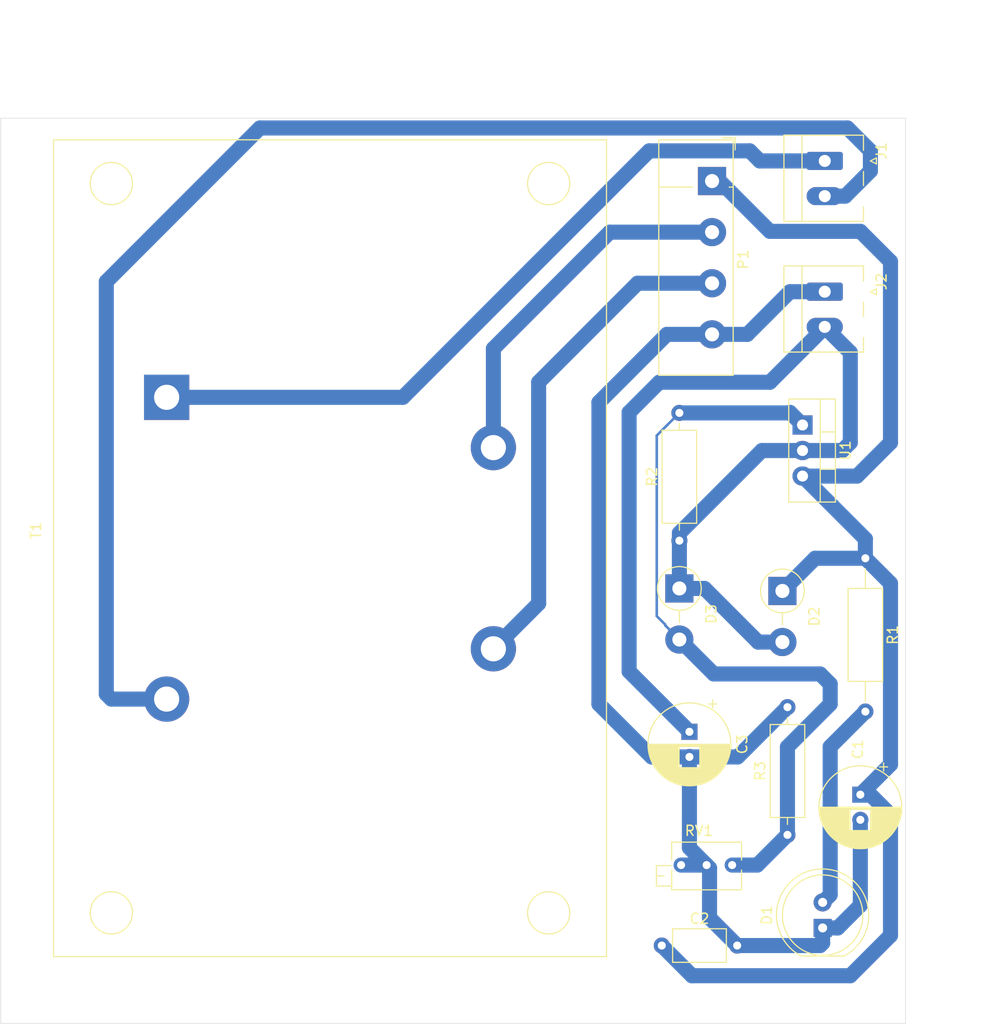
<source format=kicad_pcb>
(kicad_pcb (version 20171130) (host pcbnew "(5.1.10)-1")

  (general
    (thickness 1.6)
    (drawings 6)
    (tracks 101)
    (zones 0)
    (modules 15)
    (nets 10)
  )

  (page A4)
  (title_block
    (title "Fuente alimentacion para probador motores pap")
    (date 2021-06-15)
    (rev 2.0)
    (company "Electronica Reciclada")
  )

  (layers
    (0 F.Cu signal)
    (31 B.Cu signal)
    (32 B.Adhes user)
    (33 F.Adhes user)
    (34 B.Paste user)
    (35 F.Paste user)
    (36 B.SilkS user)
    (37 F.SilkS user)
    (38 B.Mask user)
    (39 F.Mask user)
    (40 Dwgs.User user)
    (41 Cmts.User user)
    (42 Eco1.User user)
    (43 Eco2.User user)
    (44 Edge.Cuts user)
    (45 Margin user)
    (46 B.CrtYd user)
    (47 F.CrtYd user)
    (48 B.Fab user)
    (49 F.Fab user hide)
  )

  (setup
    (last_trace_width 1.5)
    (user_trace_width 0.5)
    (user_trace_width 1)
    (user_trace_width 1.2)
    (user_trace_width 1.5)
    (user_trace_width 2)
    (trace_clearance 0.2)
    (zone_clearance 0.508)
    (zone_45_only no)
    (trace_min 0.2)
    (via_size 0.8)
    (via_drill 0.4)
    (via_min_size 0.4)
    (via_min_drill 0.3)
    (uvia_size 0.3)
    (uvia_drill 0.1)
    (uvias_allowed no)
    (uvia_min_size 0.2)
    (uvia_min_drill 0.1)
    (edge_width 0.05)
    (segment_width 0.2)
    (pcb_text_width 0.3)
    (pcb_text_size 1.5 1.5)
    (mod_edge_width 0.12)
    (mod_text_size 1 1)
    (mod_text_width 0.15)
    (pad_size 1.524 1.524)
    (pad_drill 0.762)
    (pad_to_mask_clearance 0.051)
    (solder_mask_min_width 0.25)
    (aux_axis_origin 0 0)
    (visible_elements 7FFFFFFF)
    (pcbplotparams
      (layerselection 0x010fc_ffffffff)
      (usegerberextensions false)
      (usegerberattributes false)
      (usegerberadvancedattributes false)
      (creategerberjobfile false)
      (excludeedgelayer true)
      (linewidth 0.100000)
      (plotframeref false)
      (viasonmask false)
      (mode 1)
      (useauxorigin false)
      (hpglpennumber 1)
      (hpglpenspeed 20)
      (hpglpendiameter 15.000000)
      (psnegative false)
      (psa4output false)
      (plotreference true)
      (plotvalue true)
      (plotinvisibletext false)
      (padsonsilk false)
      (subtractmaskfromsilk false)
      (outputformat 1)
      (mirror false)
      (drillshape 1)
      (scaleselection 1)
      (outputdirectory ""))
  )

  (net 0 "")
  (net 1 +28V)
  (net 2 GND)
  (net 3 "Net-(C3-Pad1)")
  (net 4 "Net-(D1-Pad2)")
  (net 5 "Net-(D3-Pad2)")
  (net 6 "Net-(J1-Pad2)")
  (net 7 "Net-(J1-Pad1)")
  (net 8 "Net-(P1-Pad3)")
  (net 9 "Net-(P1-Pad2)")

  (net_class Default "Esta es la clase de red por defecto."
    (clearance 0.2)
    (trace_width 0.25)
    (via_dia 0.8)
    (via_drill 0.4)
    (uvia_dia 0.3)
    (uvia_drill 0.1)
    (add_net +28V)
    (add_net GND)
    (add_net "Net-(C3-Pad1)")
    (add_net "Net-(D1-Pad2)")
    (add_net "Net-(D3-Pad2)")
    (add_net "Net-(J1-Pad1)")
    (add_net "Net-(J1-Pad2)")
    (add_net "Net-(P1-Pad2)")
    (add_net "Net-(P1-Pad3)")
  )

  (module Capacitor_THT:CP_Radial_D8.0mm_P2.50mm (layer F.Cu) (tedit 5AE50EF0) (tstamp 608E18AE)
    (at 144 95 270)
    (descr "CP, Radial series, Radial, pin pitch=2.50mm, , diameter=8mm, Electrolytic Capacitor")
    (tags "CP Radial series Radial pin pitch 2.50mm  diameter 8mm Electrolytic Capacitor")
    (path /606CDD19)
    (fp_text reference C1 (at -4.5 0.25 90) (layer F.SilkS)
      (effects (font (size 1 1) (thickness 0.15)))
    )
    (fp_text value 10000uF_63V (at 1.25 5.25 90) (layer F.Fab)
      (effects (font (size 1 1) (thickness 0.15)))
    )
    (fp_line (start -2.759698 -2.715) (end -2.759698 -1.915) (layer F.SilkS) (width 0.12))
    (fp_line (start -3.159698 -2.315) (end -2.359698 -2.315) (layer F.SilkS) (width 0.12))
    (fp_line (start 5.331 -0.533) (end 5.331 0.533) (layer F.SilkS) (width 0.12))
    (fp_line (start 5.291 -0.768) (end 5.291 0.768) (layer F.SilkS) (width 0.12))
    (fp_line (start 5.251 -0.948) (end 5.251 0.948) (layer F.SilkS) (width 0.12))
    (fp_line (start 5.211 -1.098) (end 5.211 1.098) (layer F.SilkS) (width 0.12))
    (fp_line (start 5.171 -1.229) (end 5.171 1.229) (layer F.SilkS) (width 0.12))
    (fp_line (start 5.131 -1.346) (end 5.131 1.346) (layer F.SilkS) (width 0.12))
    (fp_line (start 5.091 -1.453) (end 5.091 1.453) (layer F.SilkS) (width 0.12))
    (fp_line (start 5.051 -1.552) (end 5.051 1.552) (layer F.SilkS) (width 0.12))
    (fp_line (start 5.011 -1.645) (end 5.011 1.645) (layer F.SilkS) (width 0.12))
    (fp_line (start 4.971 -1.731) (end 4.971 1.731) (layer F.SilkS) (width 0.12))
    (fp_line (start 4.931 -1.813) (end 4.931 1.813) (layer F.SilkS) (width 0.12))
    (fp_line (start 4.891 -1.89) (end 4.891 1.89) (layer F.SilkS) (width 0.12))
    (fp_line (start 4.851 -1.964) (end 4.851 1.964) (layer F.SilkS) (width 0.12))
    (fp_line (start 4.811 -2.034) (end 4.811 2.034) (layer F.SilkS) (width 0.12))
    (fp_line (start 4.771 -2.102) (end 4.771 2.102) (layer F.SilkS) (width 0.12))
    (fp_line (start 4.731 -2.166) (end 4.731 2.166) (layer F.SilkS) (width 0.12))
    (fp_line (start 4.691 -2.228) (end 4.691 2.228) (layer F.SilkS) (width 0.12))
    (fp_line (start 4.651 -2.287) (end 4.651 2.287) (layer F.SilkS) (width 0.12))
    (fp_line (start 4.611 -2.345) (end 4.611 2.345) (layer F.SilkS) (width 0.12))
    (fp_line (start 4.571 -2.4) (end 4.571 2.4) (layer F.SilkS) (width 0.12))
    (fp_line (start 4.531 -2.454) (end 4.531 2.454) (layer F.SilkS) (width 0.12))
    (fp_line (start 4.491 -2.505) (end 4.491 2.505) (layer F.SilkS) (width 0.12))
    (fp_line (start 4.451 -2.556) (end 4.451 2.556) (layer F.SilkS) (width 0.12))
    (fp_line (start 4.411 -2.604) (end 4.411 2.604) (layer F.SilkS) (width 0.12))
    (fp_line (start 4.371 -2.651) (end 4.371 2.651) (layer F.SilkS) (width 0.12))
    (fp_line (start 4.331 -2.697) (end 4.331 2.697) (layer F.SilkS) (width 0.12))
    (fp_line (start 4.291 -2.741) (end 4.291 2.741) (layer F.SilkS) (width 0.12))
    (fp_line (start 4.251 -2.784) (end 4.251 2.784) (layer F.SilkS) (width 0.12))
    (fp_line (start 4.211 -2.826) (end 4.211 2.826) (layer F.SilkS) (width 0.12))
    (fp_line (start 4.171 -2.867) (end 4.171 2.867) (layer F.SilkS) (width 0.12))
    (fp_line (start 4.131 -2.907) (end 4.131 2.907) (layer F.SilkS) (width 0.12))
    (fp_line (start 4.091 -2.945) (end 4.091 2.945) (layer F.SilkS) (width 0.12))
    (fp_line (start 4.051 -2.983) (end 4.051 2.983) (layer F.SilkS) (width 0.12))
    (fp_line (start 4.011 -3.019) (end 4.011 3.019) (layer F.SilkS) (width 0.12))
    (fp_line (start 3.971 -3.055) (end 3.971 3.055) (layer F.SilkS) (width 0.12))
    (fp_line (start 3.931 -3.09) (end 3.931 3.09) (layer F.SilkS) (width 0.12))
    (fp_line (start 3.891 -3.124) (end 3.891 3.124) (layer F.SilkS) (width 0.12))
    (fp_line (start 3.851 -3.156) (end 3.851 3.156) (layer F.SilkS) (width 0.12))
    (fp_line (start 3.811 -3.189) (end 3.811 3.189) (layer F.SilkS) (width 0.12))
    (fp_line (start 3.771 -3.22) (end 3.771 3.22) (layer F.SilkS) (width 0.12))
    (fp_line (start 3.731 -3.25) (end 3.731 3.25) (layer F.SilkS) (width 0.12))
    (fp_line (start 3.691 -3.28) (end 3.691 3.28) (layer F.SilkS) (width 0.12))
    (fp_line (start 3.651 -3.309) (end 3.651 3.309) (layer F.SilkS) (width 0.12))
    (fp_line (start 3.611 -3.338) (end 3.611 3.338) (layer F.SilkS) (width 0.12))
    (fp_line (start 3.571 -3.365) (end 3.571 3.365) (layer F.SilkS) (width 0.12))
    (fp_line (start 3.531 1.04) (end 3.531 3.392) (layer F.SilkS) (width 0.12))
    (fp_line (start 3.531 -3.392) (end 3.531 -1.04) (layer F.SilkS) (width 0.12))
    (fp_line (start 3.491 1.04) (end 3.491 3.418) (layer F.SilkS) (width 0.12))
    (fp_line (start 3.491 -3.418) (end 3.491 -1.04) (layer F.SilkS) (width 0.12))
    (fp_line (start 3.451 1.04) (end 3.451 3.444) (layer F.SilkS) (width 0.12))
    (fp_line (start 3.451 -3.444) (end 3.451 -1.04) (layer F.SilkS) (width 0.12))
    (fp_line (start 3.411 1.04) (end 3.411 3.469) (layer F.SilkS) (width 0.12))
    (fp_line (start 3.411 -3.469) (end 3.411 -1.04) (layer F.SilkS) (width 0.12))
    (fp_line (start 3.371 1.04) (end 3.371 3.493) (layer F.SilkS) (width 0.12))
    (fp_line (start 3.371 -3.493) (end 3.371 -1.04) (layer F.SilkS) (width 0.12))
    (fp_line (start 3.331 1.04) (end 3.331 3.517) (layer F.SilkS) (width 0.12))
    (fp_line (start 3.331 -3.517) (end 3.331 -1.04) (layer F.SilkS) (width 0.12))
    (fp_line (start 3.291 1.04) (end 3.291 3.54) (layer F.SilkS) (width 0.12))
    (fp_line (start 3.291 -3.54) (end 3.291 -1.04) (layer F.SilkS) (width 0.12))
    (fp_line (start 3.251 1.04) (end 3.251 3.562) (layer F.SilkS) (width 0.12))
    (fp_line (start 3.251 -3.562) (end 3.251 -1.04) (layer F.SilkS) (width 0.12))
    (fp_line (start 3.211 1.04) (end 3.211 3.584) (layer F.SilkS) (width 0.12))
    (fp_line (start 3.211 -3.584) (end 3.211 -1.04) (layer F.SilkS) (width 0.12))
    (fp_line (start 3.171 1.04) (end 3.171 3.606) (layer F.SilkS) (width 0.12))
    (fp_line (start 3.171 -3.606) (end 3.171 -1.04) (layer F.SilkS) (width 0.12))
    (fp_line (start 3.131 1.04) (end 3.131 3.627) (layer F.SilkS) (width 0.12))
    (fp_line (start 3.131 -3.627) (end 3.131 -1.04) (layer F.SilkS) (width 0.12))
    (fp_line (start 3.091 1.04) (end 3.091 3.647) (layer F.SilkS) (width 0.12))
    (fp_line (start 3.091 -3.647) (end 3.091 -1.04) (layer F.SilkS) (width 0.12))
    (fp_line (start 3.051 1.04) (end 3.051 3.666) (layer F.SilkS) (width 0.12))
    (fp_line (start 3.051 -3.666) (end 3.051 -1.04) (layer F.SilkS) (width 0.12))
    (fp_line (start 3.011 1.04) (end 3.011 3.686) (layer F.SilkS) (width 0.12))
    (fp_line (start 3.011 -3.686) (end 3.011 -1.04) (layer F.SilkS) (width 0.12))
    (fp_line (start 2.971 1.04) (end 2.971 3.704) (layer F.SilkS) (width 0.12))
    (fp_line (start 2.971 -3.704) (end 2.971 -1.04) (layer F.SilkS) (width 0.12))
    (fp_line (start 2.931 1.04) (end 2.931 3.722) (layer F.SilkS) (width 0.12))
    (fp_line (start 2.931 -3.722) (end 2.931 -1.04) (layer F.SilkS) (width 0.12))
    (fp_line (start 2.891 1.04) (end 2.891 3.74) (layer F.SilkS) (width 0.12))
    (fp_line (start 2.891 -3.74) (end 2.891 -1.04) (layer F.SilkS) (width 0.12))
    (fp_line (start 2.851 1.04) (end 2.851 3.757) (layer F.SilkS) (width 0.12))
    (fp_line (start 2.851 -3.757) (end 2.851 -1.04) (layer F.SilkS) (width 0.12))
    (fp_line (start 2.811 1.04) (end 2.811 3.774) (layer F.SilkS) (width 0.12))
    (fp_line (start 2.811 -3.774) (end 2.811 -1.04) (layer F.SilkS) (width 0.12))
    (fp_line (start 2.771 1.04) (end 2.771 3.79) (layer F.SilkS) (width 0.12))
    (fp_line (start 2.771 -3.79) (end 2.771 -1.04) (layer F.SilkS) (width 0.12))
    (fp_line (start 2.731 1.04) (end 2.731 3.805) (layer F.SilkS) (width 0.12))
    (fp_line (start 2.731 -3.805) (end 2.731 -1.04) (layer F.SilkS) (width 0.12))
    (fp_line (start 2.691 1.04) (end 2.691 3.821) (layer F.SilkS) (width 0.12))
    (fp_line (start 2.691 -3.821) (end 2.691 -1.04) (layer F.SilkS) (width 0.12))
    (fp_line (start 2.651 1.04) (end 2.651 3.835) (layer F.SilkS) (width 0.12))
    (fp_line (start 2.651 -3.835) (end 2.651 -1.04) (layer F.SilkS) (width 0.12))
    (fp_line (start 2.611 1.04) (end 2.611 3.85) (layer F.SilkS) (width 0.12))
    (fp_line (start 2.611 -3.85) (end 2.611 -1.04) (layer F.SilkS) (width 0.12))
    (fp_line (start 2.571 1.04) (end 2.571 3.863) (layer F.SilkS) (width 0.12))
    (fp_line (start 2.571 -3.863) (end 2.571 -1.04) (layer F.SilkS) (width 0.12))
    (fp_line (start 2.531 1.04) (end 2.531 3.877) (layer F.SilkS) (width 0.12))
    (fp_line (start 2.531 -3.877) (end 2.531 -1.04) (layer F.SilkS) (width 0.12))
    (fp_line (start 2.491 1.04) (end 2.491 3.889) (layer F.SilkS) (width 0.12))
    (fp_line (start 2.491 -3.889) (end 2.491 -1.04) (layer F.SilkS) (width 0.12))
    (fp_line (start 2.451 1.04) (end 2.451 3.902) (layer F.SilkS) (width 0.12))
    (fp_line (start 2.451 -3.902) (end 2.451 -1.04) (layer F.SilkS) (width 0.12))
    (fp_line (start 2.411 1.04) (end 2.411 3.914) (layer F.SilkS) (width 0.12))
    (fp_line (start 2.411 -3.914) (end 2.411 -1.04) (layer F.SilkS) (width 0.12))
    (fp_line (start 2.371 1.04) (end 2.371 3.925) (layer F.SilkS) (width 0.12))
    (fp_line (start 2.371 -3.925) (end 2.371 -1.04) (layer F.SilkS) (width 0.12))
    (fp_line (start 2.331 1.04) (end 2.331 3.936) (layer F.SilkS) (width 0.12))
    (fp_line (start 2.331 -3.936) (end 2.331 -1.04) (layer F.SilkS) (width 0.12))
    (fp_line (start 2.291 1.04) (end 2.291 3.947) (layer F.SilkS) (width 0.12))
    (fp_line (start 2.291 -3.947) (end 2.291 -1.04) (layer F.SilkS) (width 0.12))
    (fp_line (start 2.251 1.04) (end 2.251 3.957) (layer F.SilkS) (width 0.12))
    (fp_line (start 2.251 -3.957) (end 2.251 -1.04) (layer F.SilkS) (width 0.12))
    (fp_line (start 2.211 1.04) (end 2.211 3.967) (layer F.SilkS) (width 0.12))
    (fp_line (start 2.211 -3.967) (end 2.211 -1.04) (layer F.SilkS) (width 0.12))
    (fp_line (start 2.171 1.04) (end 2.171 3.976) (layer F.SilkS) (width 0.12))
    (fp_line (start 2.171 -3.976) (end 2.171 -1.04) (layer F.SilkS) (width 0.12))
    (fp_line (start 2.131 1.04) (end 2.131 3.985) (layer F.SilkS) (width 0.12))
    (fp_line (start 2.131 -3.985) (end 2.131 -1.04) (layer F.SilkS) (width 0.12))
    (fp_line (start 2.091 1.04) (end 2.091 3.994) (layer F.SilkS) (width 0.12))
    (fp_line (start 2.091 -3.994) (end 2.091 -1.04) (layer F.SilkS) (width 0.12))
    (fp_line (start 2.051 1.04) (end 2.051 4.002) (layer F.SilkS) (width 0.12))
    (fp_line (start 2.051 -4.002) (end 2.051 -1.04) (layer F.SilkS) (width 0.12))
    (fp_line (start 2.011 1.04) (end 2.011 4.01) (layer F.SilkS) (width 0.12))
    (fp_line (start 2.011 -4.01) (end 2.011 -1.04) (layer F.SilkS) (width 0.12))
    (fp_line (start 1.971 1.04) (end 1.971 4.017) (layer F.SilkS) (width 0.12))
    (fp_line (start 1.971 -4.017) (end 1.971 -1.04) (layer F.SilkS) (width 0.12))
    (fp_line (start 1.93 1.04) (end 1.93 4.024) (layer F.SilkS) (width 0.12))
    (fp_line (start 1.93 -4.024) (end 1.93 -1.04) (layer F.SilkS) (width 0.12))
    (fp_line (start 1.89 1.04) (end 1.89 4.03) (layer F.SilkS) (width 0.12))
    (fp_line (start 1.89 -4.03) (end 1.89 -1.04) (layer F.SilkS) (width 0.12))
    (fp_line (start 1.85 1.04) (end 1.85 4.037) (layer F.SilkS) (width 0.12))
    (fp_line (start 1.85 -4.037) (end 1.85 -1.04) (layer F.SilkS) (width 0.12))
    (fp_line (start 1.81 1.04) (end 1.81 4.042) (layer F.SilkS) (width 0.12))
    (fp_line (start 1.81 -4.042) (end 1.81 -1.04) (layer F.SilkS) (width 0.12))
    (fp_line (start 1.77 1.04) (end 1.77 4.048) (layer F.SilkS) (width 0.12))
    (fp_line (start 1.77 -4.048) (end 1.77 -1.04) (layer F.SilkS) (width 0.12))
    (fp_line (start 1.73 1.04) (end 1.73 4.052) (layer F.SilkS) (width 0.12))
    (fp_line (start 1.73 -4.052) (end 1.73 -1.04) (layer F.SilkS) (width 0.12))
    (fp_line (start 1.69 1.04) (end 1.69 4.057) (layer F.SilkS) (width 0.12))
    (fp_line (start 1.69 -4.057) (end 1.69 -1.04) (layer F.SilkS) (width 0.12))
    (fp_line (start 1.65 1.04) (end 1.65 4.061) (layer F.SilkS) (width 0.12))
    (fp_line (start 1.65 -4.061) (end 1.65 -1.04) (layer F.SilkS) (width 0.12))
    (fp_line (start 1.61 1.04) (end 1.61 4.065) (layer F.SilkS) (width 0.12))
    (fp_line (start 1.61 -4.065) (end 1.61 -1.04) (layer F.SilkS) (width 0.12))
    (fp_line (start 1.57 1.04) (end 1.57 4.068) (layer F.SilkS) (width 0.12))
    (fp_line (start 1.57 -4.068) (end 1.57 -1.04) (layer F.SilkS) (width 0.12))
    (fp_line (start 1.53 1.04) (end 1.53 4.071) (layer F.SilkS) (width 0.12))
    (fp_line (start 1.53 -4.071) (end 1.53 -1.04) (layer F.SilkS) (width 0.12))
    (fp_line (start 1.49 1.04) (end 1.49 4.074) (layer F.SilkS) (width 0.12))
    (fp_line (start 1.49 -4.074) (end 1.49 -1.04) (layer F.SilkS) (width 0.12))
    (fp_line (start 1.45 -4.076) (end 1.45 4.076) (layer F.SilkS) (width 0.12))
    (fp_line (start 1.41 -4.077) (end 1.41 4.077) (layer F.SilkS) (width 0.12))
    (fp_line (start 1.37 -4.079) (end 1.37 4.079) (layer F.SilkS) (width 0.12))
    (fp_line (start 1.33 -4.08) (end 1.33 4.08) (layer F.SilkS) (width 0.12))
    (fp_line (start 1.29 -4.08) (end 1.29 4.08) (layer F.SilkS) (width 0.12))
    (fp_line (start 1.25 -4.08) (end 1.25 4.08) (layer F.SilkS) (width 0.12))
    (fp_line (start -1.776759 -2.1475) (end -1.776759 -1.3475) (layer F.Fab) (width 0.1))
    (fp_line (start -2.176759 -1.7475) (end -1.376759 -1.7475) (layer F.Fab) (width 0.1))
    (fp_circle (center 1.25 0) (end 5.5 0) (layer F.CrtYd) (width 0.05))
    (fp_circle (center 1.25 0) (end 5.37 0) (layer F.SilkS) (width 0.12))
    (fp_circle (center 1.25 0) (end 5.25 0) (layer F.Fab) (width 0.1))
    (fp_text user %R (at 1.25 0 90) (layer F.Fab)
      (effects (font (size 1 1) (thickness 0.15)))
    )
    (pad 1 thru_hole rect (at 0 0 270) (size 1.6 1.6) (drill 0.8) (layers *.Cu *.Mask)
      (net 1 +28V))
    (pad 2 thru_hole circle (at 2.5 0 270) (size 1.6 1.6) (drill 0.8) (layers *.Cu *.Mask)
      (net 2 GND))
    (model ${KISYS3DMOD}/Capacitor_THT.3dshapes/CP_Radial_D8.0mm_P2.50mm.wrl
      (at (xyz 0 0 0))
      (scale (xyz 1 1 1))
      (rotate (xyz 0 0 0))
    )
  )

  (module Capacitor_THT:CP_Radial_D8.0mm_P2.50mm (layer F.Cu) (tedit 5AE50EF0) (tstamp 608E1957)
    (at 127 88.75 270)
    (descr "CP, Radial series, Radial, pin pitch=2.50mm, , diameter=8mm, Electrolytic Capacitor")
    (tags "CP Radial series Radial pin pitch 2.50mm  diameter 8mm Electrolytic Capacitor")
    (path /606D0DA4)
    (fp_text reference C3 (at 1.25 -5.25 90) (layer F.SilkS)
      (effects (font (size 1 1) (thickness 0.15)))
    )
    (fp_text value 2200uF_63V (at 1.25 5.25 90) (layer F.Fab) hide
      (effects (font (size 1 1) (thickness 0.15)))
    )
    (fp_circle (center 1.25 0) (end 5.25 0) (layer F.Fab) (width 0.1))
    (fp_circle (center 1.25 0) (end 5.37 0) (layer F.SilkS) (width 0.12))
    (fp_circle (center 1.25 0) (end 5.5 0) (layer F.CrtYd) (width 0.05))
    (fp_line (start -2.176759 -1.7475) (end -1.376759 -1.7475) (layer F.Fab) (width 0.1))
    (fp_line (start -1.776759 -2.1475) (end -1.776759 -1.3475) (layer F.Fab) (width 0.1))
    (fp_line (start 1.25 -4.08) (end 1.25 4.08) (layer F.SilkS) (width 0.12))
    (fp_line (start 1.29 -4.08) (end 1.29 4.08) (layer F.SilkS) (width 0.12))
    (fp_line (start 1.33 -4.08) (end 1.33 4.08) (layer F.SilkS) (width 0.12))
    (fp_line (start 1.37 -4.079) (end 1.37 4.079) (layer F.SilkS) (width 0.12))
    (fp_line (start 1.41 -4.077) (end 1.41 4.077) (layer F.SilkS) (width 0.12))
    (fp_line (start 1.45 -4.076) (end 1.45 4.076) (layer F.SilkS) (width 0.12))
    (fp_line (start 1.49 -4.074) (end 1.49 -1.04) (layer F.SilkS) (width 0.12))
    (fp_line (start 1.49 1.04) (end 1.49 4.074) (layer F.SilkS) (width 0.12))
    (fp_line (start 1.53 -4.071) (end 1.53 -1.04) (layer F.SilkS) (width 0.12))
    (fp_line (start 1.53 1.04) (end 1.53 4.071) (layer F.SilkS) (width 0.12))
    (fp_line (start 1.57 -4.068) (end 1.57 -1.04) (layer F.SilkS) (width 0.12))
    (fp_line (start 1.57 1.04) (end 1.57 4.068) (layer F.SilkS) (width 0.12))
    (fp_line (start 1.61 -4.065) (end 1.61 -1.04) (layer F.SilkS) (width 0.12))
    (fp_line (start 1.61 1.04) (end 1.61 4.065) (layer F.SilkS) (width 0.12))
    (fp_line (start 1.65 -4.061) (end 1.65 -1.04) (layer F.SilkS) (width 0.12))
    (fp_line (start 1.65 1.04) (end 1.65 4.061) (layer F.SilkS) (width 0.12))
    (fp_line (start 1.69 -4.057) (end 1.69 -1.04) (layer F.SilkS) (width 0.12))
    (fp_line (start 1.69 1.04) (end 1.69 4.057) (layer F.SilkS) (width 0.12))
    (fp_line (start 1.73 -4.052) (end 1.73 -1.04) (layer F.SilkS) (width 0.12))
    (fp_line (start 1.73 1.04) (end 1.73 4.052) (layer F.SilkS) (width 0.12))
    (fp_line (start 1.77 -4.048) (end 1.77 -1.04) (layer F.SilkS) (width 0.12))
    (fp_line (start 1.77 1.04) (end 1.77 4.048) (layer F.SilkS) (width 0.12))
    (fp_line (start 1.81 -4.042) (end 1.81 -1.04) (layer F.SilkS) (width 0.12))
    (fp_line (start 1.81 1.04) (end 1.81 4.042) (layer F.SilkS) (width 0.12))
    (fp_line (start 1.85 -4.037) (end 1.85 -1.04) (layer F.SilkS) (width 0.12))
    (fp_line (start 1.85 1.04) (end 1.85 4.037) (layer F.SilkS) (width 0.12))
    (fp_line (start 1.89 -4.03) (end 1.89 -1.04) (layer F.SilkS) (width 0.12))
    (fp_line (start 1.89 1.04) (end 1.89 4.03) (layer F.SilkS) (width 0.12))
    (fp_line (start 1.93 -4.024) (end 1.93 -1.04) (layer F.SilkS) (width 0.12))
    (fp_line (start 1.93 1.04) (end 1.93 4.024) (layer F.SilkS) (width 0.12))
    (fp_line (start 1.971 -4.017) (end 1.971 -1.04) (layer F.SilkS) (width 0.12))
    (fp_line (start 1.971 1.04) (end 1.971 4.017) (layer F.SilkS) (width 0.12))
    (fp_line (start 2.011 -4.01) (end 2.011 -1.04) (layer F.SilkS) (width 0.12))
    (fp_line (start 2.011 1.04) (end 2.011 4.01) (layer F.SilkS) (width 0.12))
    (fp_line (start 2.051 -4.002) (end 2.051 -1.04) (layer F.SilkS) (width 0.12))
    (fp_line (start 2.051 1.04) (end 2.051 4.002) (layer F.SilkS) (width 0.12))
    (fp_line (start 2.091 -3.994) (end 2.091 -1.04) (layer F.SilkS) (width 0.12))
    (fp_line (start 2.091 1.04) (end 2.091 3.994) (layer F.SilkS) (width 0.12))
    (fp_line (start 2.131 -3.985) (end 2.131 -1.04) (layer F.SilkS) (width 0.12))
    (fp_line (start 2.131 1.04) (end 2.131 3.985) (layer F.SilkS) (width 0.12))
    (fp_line (start 2.171 -3.976) (end 2.171 -1.04) (layer F.SilkS) (width 0.12))
    (fp_line (start 2.171 1.04) (end 2.171 3.976) (layer F.SilkS) (width 0.12))
    (fp_line (start 2.211 -3.967) (end 2.211 -1.04) (layer F.SilkS) (width 0.12))
    (fp_line (start 2.211 1.04) (end 2.211 3.967) (layer F.SilkS) (width 0.12))
    (fp_line (start 2.251 -3.957) (end 2.251 -1.04) (layer F.SilkS) (width 0.12))
    (fp_line (start 2.251 1.04) (end 2.251 3.957) (layer F.SilkS) (width 0.12))
    (fp_line (start 2.291 -3.947) (end 2.291 -1.04) (layer F.SilkS) (width 0.12))
    (fp_line (start 2.291 1.04) (end 2.291 3.947) (layer F.SilkS) (width 0.12))
    (fp_line (start 2.331 -3.936) (end 2.331 -1.04) (layer F.SilkS) (width 0.12))
    (fp_line (start 2.331 1.04) (end 2.331 3.936) (layer F.SilkS) (width 0.12))
    (fp_line (start 2.371 -3.925) (end 2.371 -1.04) (layer F.SilkS) (width 0.12))
    (fp_line (start 2.371 1.04) (end 2.371 3.925) (layer F.SilkS) (width 0.12))
    (fp_line (start 2.411 -3.914) (end 2.411 -1.04) (layer F.SilkS) (width 0.12))
    (fp_line (start 2.411 1.04) (end 2.411 3.914) (layer F.SilkS) (width 0.12))
    (fp_line (start 2.451 -3.902) (end 2.451 -1.04) (layer F.SilkS) (width 0.12))
    (fp_line (start 2.451 1.04) (end 2.451 3.902) (layer F.SilkS) (width 0.12))
    (fp_line (start 2.491 -3.889) (end 2.491 -1.04) (layer F.SilkS) (width 0.12))
    (fp_line (start 2.491 1.04) (end 2.491 3.889) (layer F.SilkS) (width 0.12))
    (fp_line (start 2.531 -3.877) (end 2.531 -1.04) (layer F.SilkS) (width 0.12))
    (fp_line (start 2.531 1.04) (end 2.531 3.877) (layer F.SilkS) (width 0.12))
    (fp_line (start 2.571 -3.863) (end 2.571 -1.04) (layer F.SilkS) (width 0.12))
    (fp_line (start 2.571 1.04) (end 2.571 3.863) (layer F.SilkS) (width 0.12))
    (fp_line (start 2.611 -3.85) (end 2.611 -1.04) (layer F.SilkS) (width 0.12))
    (fp_line (start 2.611 1.04) (end 2.611 3.85) (layer F.SilkS) (width 0.12))
    (fp_line (start 2.651 -3.835) (end 2.651 -1.04) (layer F.SilkS) (width 0.12))
    (fp_line (start 2.651 1.04) (end 2.651 3.835) (layer F.SilkS) (width 0.12))
    (fp_line (start 2.691 -3.821) (end 2.691 -1.04) (layer F.SilkS) (width 0.12))
    (fp_line (start 2.691 1.04) (end 2.691 3.821) (layer F.SilkS) (width 0.12))
    (fp_line (start 2.731 -3.805) (end 2.731 -1.04) (layer F.SilkS) (width 0.12))
    (fp_line (start 2.731 1.04) (end 2.731 3.805) (layer F.SilkS) (width 0.12))
    (fp_line (start 2.771 -3.79) (end 2.771 -1.04) (layer F.SilkS) (width 0.12))
    (fp_line (start 2.771 1.04) (end 2.771 3.79) (layer F.SilkS) (width 0.12))
    (fp_line (start 2.811 -3.774) (end 2.811 -1.04) (layer F.SilkS) (width 0.12))
    (fp_line (start 2.811 1.04) (end 2.811 3.774) (layer F.SilkS) (width 0.12))
    (fp_line (start 2.851 -3.757) (end 2.851 -1.04) (layer F.SilkS) (width 0.12))
    (fp_line (start 2.851 1.04) (end 2.851 3.757) (layer F.SilkS) (width 0.12))
    (fp_line (start 2.891 -3.74) (end 2.891 -1.04) (layer F.SilkS) (width 0.12))
    (fp_line (start 2.891 1.04) (end 2.891 3.74) (layer F.SilkS) (width 0.12))
    (fp_line (start 2.931 -3.722) (end 2.931 -1.04) (layer F.SilkS) (width 0.12))
    (fp_line (start 2.931 1.04) (end 2.931 3.722) (layer F.SilkS) (width 0.12))
    (fp_line (start 2.971 -3.704) (end 2.971 -1.04) (layer F.SilkS) (width 0.12))
    (fp_line (start 2.971 1.04) (end 2.971 3.704) (layer F.SilkS) (width 0.12))
    (fp_line (start 3.011 -3.686) (end 3.011 -1.04) (layer F.SilkS) (width 0.12))
    (fp_line (start 3.011 1.04) (end 3.011 3.686) (layer F.SilkS) (width 0.12))
    (fp_line (start 3.051 -3.666) (end 3.051 -1.04) (layer F.SilkS) (width 0.12))
    (fp_line (start 3.051 1.04) (end 3.051 3.666) (layer F.SilkS) (width 0.12))
    (fp_line (start 3.091 -3.647) (end 3.091 -1.04) (layer F.SilkS) (width 0.12))
    (fp_line (start 3.091 1.04) (end 3.091 3.647) (layer F.SilkS) (width 0.12))
    (fp_line (start 3.131 -3.627) (end 3.131 -1.04) (layer F.SilkS) (width 0.12))
    (fp_line (start 3.131 1.04) (end 3.131 3.627) (layer F.SilkS) (width 0.12))
    (fp_line (start 3.171 -3.606) (end 3.171 -1.04) (layer F.SilkS) (width 0.12))
    (fp_line (start 3.171 1.04) (end 3.171 3.606) (layer F.SilkS) (width 0.12))
    (fp_line (start 3.211 -3.584) (end 3.211 -1.04) (layer F.SilkS) (width 0.12))
    (fp_line (start 3.211 1.04) (end 3.211 3.584) (layer F.SilkS) (width 0.12))
    (fp_line (start 3.251 -3.562) (end 3.251 -1.04) (layer F.SilkS) (width 0.12))
    (fp_line (start 3.251 1.04) (end 3.251 3.562) (layer F.SilkS) (width 0.12))
    (fp_line (start 3.291 -3.54) (end 3.291 -1.04) (layer F.SilkS) (width 0.12))
    (fp_line (start 3.291 1.04) (end 3.291 3.54) (layer F.SilkS) (width 0.12))
    (fp_line (start 3.331 -3.517) (end 3.331 -1.04) (layer F.SilkS) (width 0.12))
    (fp_line (start 3.331 1.04) (end 3.331 3.517) (layer F.SilkS) (width 0.12))
    (fp_line (start 3.371 -3.493) (end 3.371 -1.04) (layer F.SilkS) (width 0.12))
    (fp_line (start 3.371 1.04) (end 3.371 3.493) (layer F.SilkS) (width 0.12))
    (fp_line (start 3.411 -3.469) (end 3.411 -1.04) (layer F.SilkS) (width 0.12))
    (fp_line (start 3.411 1.04) (end 3.411 3.469) (layer F.SilkS) (width 0.12))
    (fp_line (start 3.451 -3.444) (end 3.451 -1.04) (layer F.SilkS) (width 0.12))
    (fp_line (start 3.451 1.04) (end 3.451 3.444) (layer F.SilkS) (width 0.12))
    (fp_line (start 3.491 -3.418) (end 3.491 -1.04) (layer F.SilkS) (width 0.12))
    (fp_line (start 3.491 1.04) (end 3.491 3.418) (layer F.SilkS) (width 0.12))
    (fp_line (start 3.531 -3.392) (end 3.531 -1.04) (layer F.SilkS) (width 0.12))
    (fp_line (start 3.531 1.04) (end 3.531 3.392) (layer F.SilkS) (width 0.12))
    (fp_line (start 3.571 -3.365) (end 3.571 3.365) (layer F.SilkS) (width 0.12))
    (fp_line (start 3.611 -3.338) (end 3.611 3.338) (layer F.SilkS) (width 0.12))
    (fp_line (start 3.651 -3.309) (end 3.651 3.309) (layer F.SilkS) (width 0.12))
    (fp_line (start 3.691 -3.28) (end 3.691 3.28) (layer F.SilkS) (width 0.12))
    (fp_line (start 3.731 -3.25) (end 3.731 3.25) (layer F.SilkS) (width 0.12))
    (fp_line (start 3.771 -3.22) (end 3.771 3.22) (layer F.SilkS) (width 0.12))
    (fp_line (start 3.811 -3.189) (end 3.811 3.189) (layer F.SilkS) (width 0.12))
    (fp_line (start 3.851 -3.156) (end 3.851 3.156) (layer F.SilkS) (width 0.12))
    (fp_line (start 3.891 -3.124) (end 3.891 3.124) (layer F.SilkS) (width 0.12))
    (fp_line (start 3.931 -3.09) (end 3.931 3.09) (layer F.SilkS) (width 0.12))
    (fp_line (start 3.971 -3.055) (end 3.971 3.055) (layer F.SilkS) (width 0.12))
    (fp_line (start 4.011 -3.019) (end 4.011 3.019) (layer F.SilkS) (width 0.12))
    (fp_line (start 4.051 -2.983) (end 4.051 2.983) (layer F.SilkS) (width 0.12))
    (fp_line (start 4.091 -2.945) (end 4.091 2.945) (layer F.SilkS) (width 0.12))
    (fp_line (start 4.131 -2.907) (end 4.131 2.907) (layer F.SilkS) (width 0.12))
    (fp_line (start 4.171 -2.867) (end 4.171 2.867) (layer F.SilkS) (width 0.12))
    (fp_line (start 4.211 -2.826) (end 4.211 2.826) (layer F.SilkS) (width 0.12))
    (fp_line (start 4.251 -2.784) (end 4.251 2.784) (layer F.SilkS) (width 0.12))
    (fp_line (start 4.291 -2.741) (end 4.291 2.741) (layer F.SilkS) (width 0.12))
    (fp_line (start 4.331 -2.697) (end 4.331 2.697) (layer F.SilkS) (width 0.12))
    (fp_line (start 4.371 -2.651) (end 4.371 2.651) (layer F.SilkS) (width 0.12))
    (fp_line (start 4.411 -2.604) (end 4.411 2.604) (layer F.SilkS) (width 0.12))
    (fp_line (start 4.451 -2.556) (end 4.451 2.556) (layer F.SilkS) (width 0.12))
    (fp_line (start 4.491 -2.505) (end 4.491 2.505) (layer F.SilkS) (width 0.12))
    (fp_line (start 4.531 -2.454) (end 4.531 2.454) (layer F.SilkS) (width 0.12))
    (fp_line (start 4.571 -2.4) (end 4.571 2.4) (layer F.SilkS) (width 0.12))
    (fp_line (start 4.611 -2.345) (end 4.611 2.345) (layer F.SilkS) (width 0.12))
    (fp_line (start 4.651 -2.287) (end 4.651 2.287) (layer F.SilkS) (width 0.12))
    (fp_line (start 4.691 -2.228) (end 4.691 2.228) (layer F.SilkS) (width 0.12))
    (fp_line (start 4.731 -2.166) (end 4.731 2.166) (layer F.SilkS) (width 0.12))
    (fp_line (start 4.771 -2.102) (end 4.771 2.102) (layer F.SilkS) (width 0.12))
    (fp_line (start 4.811 -2.034) (end 4.811 2.034) (layer F.SilkS) (width 0.12))
    (fp_line (start 4.851 -1.964) (end 4.851 1.964) (layer F.SilkS) (width 0.12))
    (fp_line (start 4.891 -1.89) (end 4.891 1.89) (layer F.SilkS) (width 0.12))
    (fp_line (start 4.931 -1.813) (end 4.931 1.813) (layer F.SilkS) (width 0.12))
    (fp_line (start 4.971 -1.731) (end 4.971 1.731) (layer F.SilkS) (width 0.12))
    (fp_line (start 5.011 -1.645) (end 5.011 1.645) (layer F.SilkS) (width 0.12))
    (fp_line (start 5.051 -1.552) (end 5.051 1.552) (layer F.SilkS) (width 0.12))
    (fp_line (start 5.091 -1.453) (end 5.091 1.453) (layer F.SilkS) (width 0.12))
    (fp_line (start 5.131 -1.346) (end 5.131 1.346) (layer F.SilkS) (width 0.12))
    (fp_line (start 5.171 -1.229) (end 5.171 1.229) (layer F.SilkS) (width 0.12))
    (fp_line (start 5.211 -1.098) (end 5.211 1.098) (layer F.SilkS) (width 0.12))
    (fp_line (start 5.251 -0.948) (end 5.251 0.948) (layer F.SilkS) (width 0.12))
    (fp_line (start 5.291 -0.768) (end 5.291 0.768) (layer F.SilkS) (width 0.12))
    (fp_line (start 5.331 -0.533) (end 5.331 0.533) (layer F.SilkS) (width 0.12))
    (fp_line (start -3.159698 -2.315) (end -2.359698 -2.315) (layer F.SilkS) (width 0.12))
    (fp_line (start -2.759698 -2.715) (end -2.759698 -1.915) (layer F.SilkS) (width 0.12))
    (fp_text user %R (at 1.25 0 90) (layer F.Fab) hide
      (effects (font (size 1 1) (thickness 0.15)))
    )
    (pad 2 thru_hole circle (at 2.5 0 270) (size 1.6 1.6) (drill 0.8) (layers *.Cu *.Mask)
      (net 2 GND))
    (pad 1 thru_hole rect (at 0 0 270) (size 1.6 1.6) (drill 0.8) (layers *.Cu *.Mask)
      (net 3 "Net-(C3-Pad1)"))
    (model ${KISYS3DMOD}/Capacitor_THT.3dshapes/CP_Radial_D8.0mm_P2.50mm.wrl
      (at (xyz 0 0 0))
      (scale (xyz 1 1 1))
      (rotate (xyz 0 0 0))
    )
  )

  (module LED_THT:LED_D8.0mm (layer F.Cu) (tedit 587A3A7B) (tstamp 608E1968)
    (at 140.25 108.25 90)
    (descr "LED, diameter 8.0mm, 2 pins, http://cdn-reichelt.de/documents/datenblatt/A500/LED8MMGE_LED8MMGN_LED8MMRT%23KIN.pdf")
    (tags "LED diameter 8.0mm 2 pins")
    (path /606CE9D5)
    (fp_text reference D1 (at 1.27 -5.56 90) (layer F.SilkS)
      (effects (font (size 1 1) (thickness 0.15)))
    )
    (fp_text value LED (at 1.27 5.56 90) (layer F.Fab) hide
      (effects (font (size 1 1) (thickness 0.15)))
    )
    (fp_line (start 6.1 -4.85) (end -3.55 -4.85) (layer F.CrtYd) (width 0.05))
    (fp_line (start 6.1 4.85) (end 6.1 -4.85) (layer F.CrtYd) (width 0.05))
    (fp_line (start -3.55 4.85) (end 6.1 4.85) (layer F.CrtYd) (width 0.05))
    (fp_line (start -3.55 -4.85) (end -3.55 4.85) (layer F.CrtYd) (width 0.05))
    (fp_line (start -2.79 -2.142) (end -2.79 2.142) (layer F.SilkS) (width 0.12))
    (fp_line (start -2.73 -2.061553) (end -2.73 2.061553) (layer F.Fab) (width 0.1))
    (fp_circle (center 1.27 0) (end 5.27 0) (layer F.SilkS) (width 0.12))
    (fp_circle (center 1.27 0) (end 5.27 0) (layer F.Fab) (width 0.1))
    (fp_arc (start 1.27 0) (end -2.73 -2.061553) (angle 305.5) (layer F.Fab) (width 0.1))
    (fp_arc (start 1.27 0) (end -2.79 -2.141145) (angle 152.2) (layer F.SilkS) (width 0.12))
    (fp_arc (start 1.27 0) (end -2.79 2.141145) (angle -152.2) (layer F.SilkS) (width 0.12))
    (pad 1 thru_hole rect (at 0 0 90) (size 1.8 1.8) (drill 0.9) (layers *.Cu *.Mask)
      (net 2 GND))
    (pad 2 thru_hole circle (at 2.54 0 90) (size 1.8 1.8) (drill 0.9) (layers *.Cu *.Mask)
      (net 4 "Net-(D1-Pad2)"))
    (model ${KISYS3DMOD}/LED_THT.3dshapes/LED_D8.0mm.wrl
      (at (xyz 0 0 0))
      (scale (xyz 1 1 1))
      (rotate (xyz 0 0 0))
    )
  )

  (module Diode_THT:D_5W_P5.08mm_Vertical_AnodeUp (layer F.Cu) (tedit 5AE50CD5) (tstamp 608E1979)
    (at 136.25 74.75 270)
    (descr "Diode, 5W series, Axial, Vertical, pin pitch=5.08mm, , length*diameter=8.9*3.7mm^2, , http://www.diodes.com/_files/packages/8686949.gif")
    (tags "Diode 5W series Axial Vertical pin pitch 5.08mm  length 8.9mm diameter 3.7mm")
    (path /606CFF28)
    (fp_text reference D2 (at 2.54 -3.174899 90) (layer F.SilkS)
      (effects (font (size 1 1) (thickness 0.15)))
    )
    (fp_text value 1N4007 (at 2.54 3.174899 90) (layer F.Fab) hide
      (effects (font (size 1 1) (thickness 0.15)))
    )
    (fp_line (start 6.73 -2.1) (end -2.1 -2.1) (layer F.CrtYd) (width 0.05))
    (fp_line (start 6.73 2.1) (end 6.73 -2.1) (layer F.CrtYd) (width 0.05))
    (fp_line (start -2.1 2.1) (end 6.73 2.1) (layer F.CrtYd) (width 0.05))
    (fp_line (start -2.1 -2.1) (end -2.1 2.1) (layer F.CrtYd) (width 0.05))
    (fp_line (start 2.174899 0) (end 3.38 0) (layer F.SilkS) (width 0.12))
    (fp_line (start 0 0) (end 5.08 0) (layer F.Fab) (width 0.1))
    (fp_circle (center 0 0) (end 2.174899 0) (layer F.SilkS) (width 0.12))
    (fp_circle (center 0 0) (end 1.85 0) (layer F.Fab) (width 0.1))
    (fp_text user %R (at 2.54 -3.174899 90) (layer F.Fab) hide
      (effects (font (size 1 1) (thickness 0.15)))
    )
    (fp_text user A (at 2.98 1.4 90) (layer F.Fab) hide
      (effects (font (size 1 1) (thickness 0.15)))
    )
    (fp_text user A (at 2.98 1.4 90) (layer F.SilkS) hide
      (effects (font (size 1 1) (thickness 0.15)))
    )
    (pad 1 thru_hole rect (at 0 0 270) (size 2.8 2.8) (drill 1.4) (layers *.Cu *.Mask)
      (net 1 +28V))
    (pad 2 thru_hole oval (at 5.08 0 270) (size 2.8 2.8) (drill 1.4) (layers *.Cu *.Mask)
      (net 3 "Net-(C3-Pad1)"))
    (model ${KISYS3DMOD}/Diode_THT.3dshapes/D_5W_P5.08mm_Vertical_AnodeUp.wrl
      (at (xyz 0 0 0))
      (scale (xyz 1 1 1))
      (rotate (xyz 0 0 0))
    )
  )

  (module Diode_THT:D_5W_P5.08mm_Vertical_AnodeUp (layer F.Cu) (tedit 5AE50CD5) (tstamp 608E198A)
    (at 126 74.5 270)
    (descr "Diode, 5W series, Axial, Vertical, pin pitch=5.08mm, , length*diameter=8.9*3.7mm^2, , http://www.diodes.com/_files/packages/8686949.gif")
    (tags "Diode 5W series Axial Vertical pin pitch 5.08mm  length 8.9mm diameter 3.7mm")
    (path /606D0517)
    (fp_text reference D3 (at 2.54 -3.174899 90) (layer F.SilkS)
      (effects (font (size 1 1) (thickness 0.15)))
    )
    (fp_text value 1N4007 (at 2.54 3.174899 90) (layer F.Fab) hide
      (effects (font (size 1 1) (thickness 0.15)))
    )
    (fp_circle (center 0 0) (end 1.85 0) (layer F.Fab) (width 0.1))
    (fp_circle (center 0 0) (end 2.174899 0) (layer F.SilkS) (width 0.12))
    (fp_line (start 0 0) (end 5.08 0) (layer F.Fab) (width 0.1))
    (fp_line (start 2.174899 0) (end 3.38 0) (layer F.SilkS) (width 0.12))
    (fp_line (start -2.1 -2.1) (end -2.1 2.1) (layer F.CrtYd) (width 0.05))
    (fp_line (start -2.1 2.1) (end 6.73 2.1) (layer F.CrtYd) (width 0.05))
    (fp_line (start 6.73 2.1) (end 6.73 -2.1) (layer F.CrtYd) (width 0.05))
    (fp_line (start 6.73 -2.1) (end -2.1 -2.1) (layer F.CrtYd) (width 0.05))
    (fp_text user A (at 2.98 1.4 90) (layer F.SilkS) hide
      (effects (font (size 1 1) (thickness 0.15)))
    )
    (fp_text user A (at 2.98 1.4 90) (layer F.Fab) hide
      (effects (font (size 1 1) (thickness 0.15)))
    )
    (fp_text user %R (at 2.54 -3.174899 90) (layer F.Fab) hide
      (effects (font (size 1 1) (thickness 0.15)))
    )
    (pad 2 thru_hole oval (at 5.08 0 270) (size 2.8 2.8) (drill 1.4) (layers *.Cu *.Mask)
      (net 5 "Net-(D3-Pad2)"))
    (pad 1 thru_hole rect (at 0 0 270) (size 2.8 2.8) (drill 1.4) (layers *.Cu *.Mask)
      (net 3 "Net-(C3-Pad1)"))
    (model ${KISYS3DMOD}/Diode_THT.3dshapes/D_5W_P5.08mm_Vertical_AnodeUp.wrl
      (at (xyz 0 0 0))
      (scale (xyz 1 1 1))
      (rotate (xyz 0 0 0))
    )
  )

  (module Connector_Phoenix_MKDS:PhoenixContact_MKDS_1,5_2-1727010-1x02_P3.50mm (layer F.Cu) (tedit 6067627D) (tstamp 608E19A5)
    (at 143 32 270)
    (descr "Generic Phoenix Contact connector footprint for: MC_1,5/2-G-3.5; number of pins: 02; pin pitch: 3.50mm; Angled || order number: 1727010 8A 160V")
    (tags "phoenix_contact connector MC_01x02_G_3.5mm")
    (path /608749A7)
    (fp_text reference J1 (at -1 -3.1 90) (layer F.SilkS)
      (effects (font (size 1 1) (thickness 0.15)))
    )
    (fp_text value Screw_Terminal_01x02 (at 3.2 8.6 90) (layer F.Fab) hide
      (effects (font (size 1 1) (thickness 0.15)))
    )
    (fp_line (start -2.56 -1.31) (end -2.56 6.6) (layer F.SilkS) (width 0.12))
    (fp_line (start -2.56 6.6) (end 6 6.6) (layer F.SilkS) (width 0.12))
    (fp_line (start 6 6.6) (end 6 -1.31) (layer F.SilkS) (width 0.12))
    (fp_line (start -2.56 -1.31) (end -1.05 -1.31) (layer F.SilkS) (width 0.12))
    (fp_line (start 1.05 -1.31) (end 2.45 -1.31) (layer F.SilkS) (width 0.12))
    (fp_line (start 4.55 -1.31) (end 6 -1.31) (layer F.SilkS) (width 0.12))
    (fp_line (start -2.45 -1.2) (end -2.45 6.5) (layer F.Fab) (width 0.1))
    (fp_line (start -2.45 6.5) (end 5.85 6.5) (layer F.Fab) (width 0.1))
    (fp_line (start 5.9 6.55) (end 5.9 -1.2) (layer F.Fab) (width 0.1))
    (fp_line (start 5.9 -1.2) (end -2.45 -1.2) (layer F.Fab) (width 0.1))
    (fp_line (start -2.56 4.8) (end 6 4.8) (layer F.SilkS) (width 0.12))
    (fp_line (start -3.06 -2.3) (end -3.06 7.3) (layer F.CrtYd) (width 0.05))
    (fp_line (start -3.06 7.3) (end 6.5 7.3) (layer F.CrtYd) (width 0.05))
    (fp_line (start 6.5 7.3) (end 6.5 -2.3) (layer F.CrtYd) (width 0.05))
    (fp_line (start 6.5 -2.3) (end -3.06 -2.3) (layer F.CrtYd) (width 0.05))
    (fp_line (start 0.3 -2.6) (end 0 -2) (layer F.SilkS) (width 0.12))
    (fp_line (start 0 -2) (end -0.3 -2.6) (layer F.SilkS) (width 0.12))
    (fp_line (start -0.3 -2.6) (end 0.3 -2.6) (layer F.SilkS) (width 0.12))
    (fp_line (start 0.8 -1.2) (end 0 0) (layer F.Fab) (width 0.1))
    (fp_line (start 0 0) (end -0.8 -1.2) (layer F.Fab) (width 0.1))
    (fp_text user %R (at 0.1 5.75 90) (layer F.Fab) hide
      (effects (font (size 1 1) (thickness 0.15)))
    )
    (pad 2 thru_hole oval (at 3.5 2.54 270) (size 1.8 3.6) (drill 1.2) (layers *.Cu *.Mask)
      (net 6 "Net-(J1-Pad2)"))
    (pad 1 thru_hole roundrect (at 0 2.54 270) (size 1.8 3.6) (drill 1.2) (layers *.Cu *.Mask) (roundrect_rratio 0.138889)
      (net 7 "Net-(J1-Pad1)"))
    (model C:/Users/oscarrodfer/trabajos/freecad/kicad-packages3D/Connector_Phoenix_MKDS/1715035-mkds1,5_3-3contactos.stp
      (offset (xyz -2.2 -5.7 0))
      (scale (xyz 0.7 0.7 0.7))
      (rotate (xyz 0 0 0))
    )
    (model ${KISYSMOD_USER_PACKAGES3D}/Connector_Phoenix_MKDS/1715022-mkds1,5_2-2contactos.stp
      (offset (xyz 5.9 0.23 0))
      (scale (xyz 0.7 0.7 0.7))
      (rotate (xyz -90 0 -90))
    )
  )

  (module Connector_Phoenix_MKDS:PhoenixContact_MKDS_1,5_2-1727010-1x02_P3.50mm (layer F.Cu) (tedit 6067627D) (tstamp 608E19C0)
    (at 143 45 270)
    (descr "Generic Phoenix Contact connector footprint for: MC_1,5/2-G-3.5; number of pins: 02; pin pitch: 3.50mm; Angled || order number: 1727010 8A 160V")
    (tags "phoenix_contact connector MC_01x02_G_3.5mm")
    (path /606DD125)
    (fp_text reference J2 (at -1 -3.1 90) (layer F.SilkS)
      (effects (font (size 1 1) (thickness 0.15)))
    )
    (fp_text value Screw_Terminal_01x02 (at 3.2 8.6 90) (layer F.Fab) hide
      (effects (font (size 1 1) (thickness 0.15)))
    )
    (fp_line (start 0 0) (end -0.8 -1.2) (layer F.Fab) (width 0.1))
    (fp_line (start 0.8 -1.2) (end 0 0) (layer F.Fab) (width 0.1))
    (fp_line (start -0.3 -2.6) (end 0.3 -2.6) (layer F.SilkS) (width 0.12))
    (fp_line (start 0 -2) (end -0.3 -2.6) (layer F.SilkS) (width 0.12))
    (fp_line (start 0.3 -2.6) (end 0 -2) (layer F.SilkS) (width 0.12))
    (fp_line (start 6.5 -2.3) (end -3.06 -2.3) (layer F.CrtYd) (width 0.05))
    (fp_line (start 6.5 7.3) (end 6.5 -2.3) (layer F.CrtYd) (width 0.05))
    (fp_line (start -3.06 7.3) (end 6.5 7.3) (layer F.CrtYd) (width 0.05))
    (fp_line (start -3.06 -2.3) (end -3.06 7.3) (layer F.CrtYd) (width 0.05))
    (fp_line (start -2.56 4.8) (end 6 4.8) (layer F.SilkS) (width 0.12))
    (fp_line (start 5.9 -1.2) (end -2.45 -1.2) (layer F.Fab) (width 0.1))
    (fp_line (start 5.9 6.55) (end 5.9 -1.2) (layer F.Fab) (width 0.1))
    (fp_line (start -2.45 6.5) (end 5.85 6.5) (layer F.Fab) (width 0.1))
    (fp_line (start -2.45 -1.2) (end -2.45 6.5) (layer F.Fab) (width 0.1))
    (fp_line (start 4.55 -1.31) (end 6 -1.31) (layer F.SilkS) (width 0.12))
    (fp_line (start 1.05 -1.31) (end 2.45 -1.31) (layer F.SilkS) (width 0.12))
    (fp_line (start -2.56 -1.31) (end -1.05 -1.31) (layer F.SilkS) (width 0.12))
    (fp_line (start 6 6.6) (end 6 -1.31) (layer F.SilkS) (width 0.12))
    (fp_line (start -2.56 6.6) (end 6 6.6) (layer F.SilkS) (width 0.12))
    (fp_line (start -2.56 -1.31) (end -2.56 6.6) (layer F.SilkS) (width 0.12))
    (fp_text user %R (at 0.1 5.75 90) (layer F.Fab) hide
      (effects (font (size 1 1) (thickness 0.15)))
    )
    (pad 1 thru_hole roundrect (at 0 2.54 270) (size 1.8 3.6) (drill 1.2) (layers *.Cu *.Mask) (roundrect_rratio 0.138889)
      (net 2 GND))
    (pad 2 thru_hole oval (at 3.5 2.54 270) (size 1.8 3.6) (drill 1.2) (layers *.Cu *.Mask)
      (net 3 "Net-(C3-Pad1)"))
    (model C:/Users/oscarrodfer/trabajos/freecad/kicad-packages3D/Connector_Phoenix_MKDS/1715035-mkds1,5_3-3contactos.stp
      (offset (xyz -2.2 -5.7 0))
      (scale (xyz 0.7 0.7 0.7))
      (rotate (xyz 0 0 0))
    )
    (model ${KISYSMOD_USER_PACKAGES3D}/Connector_Phoenix_MKDS/1715022-mkds1,5_2-2contactos.stp
      (offset (xyz 5.9 0.3 0))
      (scale (xyz 0.7 0.7 0.7))
      (rotate (xyz -90 0 -90))
    )
  )

  (module Diode_THT:Diode_Bridge_Vishay_KBU (layer F.Cu) (tedit 5A4F7739) (tstamp 608E19DB)
    (at 129.25 34 270)
    (descr "Vishay KBU rectifier package, 5.08mm pitch, see http://www.vishay.com/docs/88656/kbu4.pdf")
    (tags "Vishay KBU rectifier diode bridge")
    (path /606CD216)
    (fp_text reference P1 (at 7.8 -3.1 90) (layer F.SilkS)
      (effects (font (size 1 1) (thickness 0.15)))
    )
    (fp_text value KBU8J (at 7.5 6.2 90) (layer F.Fab) hide
      (effects (font (size 1 1) (thickness 0.15)))
    )
    (fp_line (start 19.45 5.45) (end -4.25 5.45) (layer F.CrtYd) (width 0.05))
    (fp_line (start 19.45 5.45) (end 19.45 -2.25) (layer F.CrtYd) (width 0.05))
    (fp_line (start -4.25 -2.25) (end -4.25 5.45) (layer F.CrtYd) (width 0.05))
    (fp_line (start -4.25 -2.25) (end 19.45 -2.25) (layer F.CrtYd) (width 0.05))
    (fp_line (start -4 5.2) (end 19.2 5.2) (layer F.Fab) (width 0.1))
    (fp_line (start 19.2 5.2) (end 19.2 -2) (layer F.Fab) (width 0.12))
    (fp_line (start 19.2 -2) (end -3.1 -2) (layer F.Fab) (width 0.1))
    (fp_line (start -3.1 -2) (end -4 -1) (layer F.Fab) (width 0.1))
    (fp_line (start -4 -1) (end -4 5.2) (layer F.Fab) (width 0.1))
    (fp_line (start -4.1 5.3) (end 19.3 5.3) (layer F.SilkS) (width 0.12))
    (fp_line (start 19.3 5.3) (end 19.3 -2.1) (layer F.SilkS) (width 0.12))
    (fp_line (start 19.3 -2.1) (end -4.1 -2.1) (layer F.SilkS) (width 0.12))
    (fp_line (start -4.1 -2.1) (end -4.1 5.3) (layer F.SilkS) (width 0.12))
    (fp_line (start 0.6 -2) (end 0.6 5.2) (layer F.Fab) (width 0.12))
    (fp_line (start 0.6 1.9) (end 0.6 5.3) (layer F.SilkS) (width 0.12))
    (fp_line (start -4.3 -1) (end -4.3 -2.3) (layer F.SilkS) (width 0.12))
    (fp_line (start -4.3 -2.3) (end -3.1 -2.3) (layer F.SilkS) (width 0.12))
    (fp_line (start 0.6 -1.7) (end 0.6 -2.1) (layer F.SilkS) (width 0.12))
    (fp_text user %R (at 7.7 3.3 90) (layer F.Fab) hide
      (effects (font (size 1 1) (thickness 0.15)))
    )
    (pad 4 thru_hole circle (at 15.24 0 270) (size 2.8 2.8) (drill 1.4) (layers *.Cu *.Mask)
      (net 2 GND))
    (pad 3 thru_hole circle (at 10.16 0 270) (size 2.8 2.8) (drill 1.4) (layers *.Cu *.Mask)
      (net 8 "Net-(P1-Pad3)"))
    (pad 2 thru_hole circle (at 5.08 0 270) (size 2.8 2.8) (drill 1.4) (layers *.Cu *.Mask)
      (net 9 "Net-(P1-Pad2)"))
    (pad 1 thru_hole rect (at 0 0 270) (size 2.8 2.8) (drill 1.4) (layers *.Cu *.Mask)
      (net 1 +28V))
    (model ${KISYS3DMOD}/Diode_THT.3dshapes/Diode_Bridge_Vishay_KBU.wrl
      (at (xyz 0 0 0))
      (scale (xyz 1 1 1))
      (rotate (xyz 0 0 0))
    )
  )

  (module Resistor_THT:R_Axial_DIN0309_L9.0mm_D3.2mm_P15.24mm_Horizontal (layer F.Cu) (tedit 5AE5139B) (tstamp 608E19F2)
    (at 144.5 71.5 270)
    (descr "Resistor, Axial_DIN0309 series, Axial, Horizontal, pin pitch=15.24mm, 0.5W = 1/2W, length*diameter=9*3.2mm^2, http://cdn-reichelt.de/documents/datenblatt/B400/1_4W%23YAG.pdf")
    (tags "Resistor Axial_DIN0309 series Axial Horizontal pin pitch 15.24mm 0.5W = 1/2W length 9mm diameter 3.2mm")
    (path /606CE3EE)
    (fp_text reference R1 (at 7.62 -2.72 90) (layer F.SilkS)
      (effects (font (size 1 1) (thickness 0.15)))
    )
    (fp_text value 2k7_1/4W (at 7.62 2.72 90) (layer F.Fab) hide
      (effects (font (size 1 1) (thickness 0.15)))
    )
    (fp_line (start 16.29 -1.85) (end -1.05 -1.85) (layer F.CrtYd) (width 0.05))
    (fp_line (start 16.29 1.85) (end 16.29 -1.85) (layer F.CrtYd) (width 0.05))
    (fp_line (start -1.05 1.85) (end 16.29 1.85) (layer F.CrtYd) (width 0.05))
    (fp_line (start -1.05 -1.85) (end -1.05 1.85) (layer F.CrtYd) (width 0.05))
    (fp_line (start 14.2 0) (end 12.24 0) (layer F.SilkS) (width 0.12))
    (fp_line (start 1.04 0) (end 3 0) (layer F.SilkS) (width 0.12))
    (fp_line (start 12.24 -1.72) (end 3 -1.72) (layer F.SilkS) (width 0.12))
    (fp_line (start 12.24 1.72) (end 12.24 -1.72) (layer F.SilkS) (width 0.12))
    (fp_line (start 3 1.72) (end 12.24 1.72) (layer F.SilkS) (width 0.12))
    (fp_line (start 3 -1.72) (end 3 1.72) (layer F.SilkS) (width 0.12))
    (fp_line (start 15.24 0) (end 12.12 0) (layer F.Fab) (width 0.1))
    (fp_line (start 0 0) (end 3.12 0) (layer F.Fab) (width 0.1))
    (fp_line (start 12.12 -1.6) (end 3.12 -1.6) (layer F.Fab) (width 0.1))
    (fp_line (start 12.12 1.6) (end 12.12 -1.6) (layer F.Fab) (width 0.1))
    (fp_line (start 3.12 1.6) (end 12.12 1.6) (layer F.Fab) (width 0.1))
    (fp_line (start 3.12 -1.6) (end 3.12 1.6) (layer F.Fab) (width 0.1))
    (fp_text user %R (at 7.62 0 90) (layer F.Fab) hide
      (effects (font (size 1 1) (thickness 0.15)))
    )
    (pad 1 thru_hole circle (at 0 0 270) (size 1.6 1.6) (drill 0.8) (layers *.Cu *.Mask)
      (net 1 +28V))
    (pad 2 thru_hole oval (at 15.24 0 270) (size 1.6 1.6) (drill 0.8) (layers *.Cu *.Mask)
      (net 4 "Net-(D1-Pad2)"))
    (model ${KISYS3DMOD}/Resistor_THT.3dshapes/R_Axial_DIN0309_L9.0mm_D3.2mm_P15.24mm_Horizontal.wrl
      (at (xyz 0 0 0))
      (scale (xyz 1 1 1))
      (rotate (xyz 0 0 0))
    )
  )

  (module Resistor_THT:R_Axial_DIN0309_L9.0mm_D3.2mm_P12.70mm_Horizontal (layer F.Cu) (tedit 5AE5139B) (tstamp 6091968E)
    (at 126 69.75 90)
    (descr "Resistor, Axial_DIN0309 series, Axial, Horizontal, pin pitch=12.7mm, 0.5W = 1/2W, length*diameter=9*3.2mm^2, http://cdn-reichelt.de/documents/datenblatt/B400/1_4W%23YAG.pdf")
    (tags "Resistor Axial_DIN0309 series Axial Horizontal pin pitch 12.7mm 0.5W = 1/2W length 9mm diameter 3.2mm")
    (path /606CFBEB)
    (fp_text reference R2 (at 6.35 -2.72 90) (layer F.SilkS)
      (effects (font (size 1 1) (thickness 0.15)))
    )
    (fp_text value 12k_1/4W (at 6.35 2.72 90) (layer F.Fab) hide
      (effects (font (size 1 1) (thickness 0.15)))
    )
    (fp_line (start 1.85 -1.6) (end 1.85 1.6) (layer F.Fab) (width 0.1))
    (fp_line (start 1.85 1.6) (end 10.85 1.6) (layer F.Fab) (width 0.1))
    (fp_line (start 10.85 1.6) (end 10.85 -1.6) (layer F.Fab) (width 0.1))
    (fp_line (start 10.85 -1.6) (end 1.85 -1.6) (layer F.Fab) (width 0.1))
    (fp_line (start 0 0) (end 1.85 0) (layer F.Fab) (width 0.1))
    (fp_line (start 12.7 0) (end 10.85 0) (layer F.Fab) (width 0.1))
    (fp_line (start 1.73 -1.72) (end 1.73 1.72) (layer F.SilkS) (width 0.12))
    (fp_line (start 1.73 1.72) (end 10.97 1.72) (layer F.SilkS) (width 0.12))
    (fp_line (start 10.97 1.72) (end 10.97 -1.72) (layer F.SilkS) (width 0.12))
    (fp_line (start 10.97 -1.72) (end 1.73 -1.72) (layer F.SilkS) (width 0.12))
    (fp_line (start 1.04 0) (end 1.73 0) (layer F.SilkS) (width 0.12))
    (fp_line (start 11.66 0) (end 10.97 0) (layer F.SilkS) (width 0.12))
    (fp_line (start -1.05 -1.85) (end -1.05 1.85) (layer F.CrtYd) (width 0.05))
    (fp_line (start -1.05 1.85) (end 13.75 1.85) (layer F.CrtYd) (width 0.05))
    (fp_line (start 13.75 1.85) (end 13.75 -1.85) (layer F.CrtYd) (width 0.05))
    (fp_line (start 13.75 -1.85) (end -1.05 -1.85) (layer F.CrtYd) (width 0.05))
    (fp_text user %R (at 6.35 0 90) (layer F.Fab) hide
      (effects (font (size 1 1) (thickness 0.15)))
    )
    (pad 2 thru_hole oval (at 12.7 0 90) (size 1.6 1.6) (drill 0.8) (layers *.Cu *.Mask)
      (net 5 "Net-(D3-Pad2)"))
    (pad 1 thru_hole circle (at 0 0 90) (size 1.6 1.6) (drill 0.8) (layers *.Cu *.Mask)
      (net 3 "Net-(C3-Pad1)"))
    (model ${KISYS3DMOD}/Resistor_THT.3dshapes/R_Axial_DIN0309_L9.0mm_D3.2mm_P12.70mm_Horizontal.wrl
      (at (xyz 0 0 0))
      (scale (xyz 1 1 1))
      (rotate (xyz 0 0 0))
    )
  )

  (module Resistor_THT:R_Axial_DIN0309_L9.0mm_D3.2mm_P12.70mm_Horizontal (layer F.Cu) (tedit 5AE5139B) (tstamp 608E1A20)
    (at 136.75 99 90)
    (descr "Resistor, Axial_DIN0309 series, Axial, Horizontal, pin pitch=12.7mm, 0.5W = 1/2W, length*diameter=9*3.2mm^2, http://cdn-reichelt.de/documents/datenblatt/B400/1_4W%23YAG.pdf")
    (tags "Resistor Axial_DIN0309 series Axial Horizontal pin pitch 12.7mm 0.5W = 1/2W length 9mm diameter 3.2mm")
    (path /606CF806)
    (fp_text reference R3 (at 6.35 -2.72 90) (layer F.SilkS)
      (effects (font (size 1 1) (thickness 0.15)))
    )
    (fp_text value 220_1/4W (at 6.35 2.72 90) (layer F.Fab) hide
      (effects (font (size 1 1) (thickness 0.15)))
    )
    (fp_line (start 13.75 -1.85) (end -1.05 -1.85) (layer F.CrtYd) (width 0.05))
    (fp_line (start 13.75 1.85) (end 13.75 -1.85) (layer F.CrtYd) (width 0.05))
    (fp_line (start -1.05 1.85) (end 13.75 1.85) (layer F.CrtYd) (width 0.05))
    (fp_line (start -1.05 -1.85) (end -1.05 1.85) (layer F.CrtYd) (width 0.05))
    (fp_line (start 11.66 0) (end 10.97 0) (layer F.SilkS) (width 0.12))
    (fp_line (start 1.04 0) (end 1.73 0) (layer F.SilkS) (width 0.12))
    (fp_line (start 10.97 -1.72) (end 1.73 -1.72) (layer F.SilkS) (width 0.12))
    (fp_line (start 10.97 1.72) (end 10.97 -1.72) (layer F.SilkS) (width 0.12))
    (fp_line (start 1.73 1.72) (end 10.97 1.72) (layer F.SilkS) (width 0.12))
    (fp_line (start 1.73 -1.72) (end 1.73 1.72) (layer F.SilkS) (width 0.12))
    (fp_line (start 12.7 0) (end 10.85 0) (layer F.Fab) (width 0.1))
    (fp_line (start 0 0) (end 1.85 0) (layer F.Fab) (width 0.1))
    (fp_line (start 10.85 -1.6) (end 1.85 -1.6) (layer F.Fab) (width 0.1))
    (fp_line (start 10.85 1.6) (end 10.85 -1.6) (layer F.Fab) (width 0.1))
    (fp_line (start 1.85 1.6) (end 10.85 1.6) (layer F.Fab) (width 0.1))
    (fp_line (start 1.85 -1.6) (end 1.85 1.6) (layer F.Fab) (width 0.1))
    (fp_text user %R (at 6.35 0 90) (layer F.Fab) hide
      (effects (font (size 1 1) (thickness 0.15)))
    )
    (pad 1 thru_hole circle (at 0 0 90) (size 1.6 1.6) (drill 0.8) (layers *.Cu *.Mask)
      (net 5 "Net-(D3-Pad2)"))
    (pad 2 thru_hole oval (at 12.7 0 90) (size 1.6 1.6) (drill 0.8) (layers *.Cu *.Mask)
      (net 2 GND))
    (model ${KISYS3DMOD}/Resistor_THT.3dshapes/R_Axial_DIN0309_L9.0mm_D3.2mm_P12.70mm_Horizontal.wrl
      (at (xyz 0 0 0))
      (scale (xyz 1 1 1))
      (rotate (xyz 0 0 0))
    )
  )

  (module Potentiometer_THT:Potentiometer_Bourns_3266Z_Horizontal (layer F.Cu) (tedit 5A3D4994) (tstamp 608E1A40)
    (at 131.25 102)
    (descr "Potentiometer, horizontal, Bourns 3266Z, https://www.bourns.com/docs/Product-Datasheets/3266.pdf")
    (tags "Potentiometer horizontal Bourns 3266Z")
    (path /606D137F)
    (fp_text reference RV1 (at -3.3 -3.41) (layer F.SilkS)
      (effects (font (size 1 1) (thickness 0.15)))
    )
    (fp_text value 10k (at -3.3 3.59) (layer F.Fab) hide
      (effects (font (size 1 1) (thickness 0.15)))
    )
    (fp_line (start 1.1 -2.45) (end -7.7 -2.45) (layer F.CrtYd) (width 0.05))
    (fp_line (start 1.1 2.6) (end 1.1 -2.45) (layer F.CrtYd) (width 0.05))
    (fp_line (start -7.7 2.6) (end 1.1 2.6) (layer F.CrtYd) (width 0.05))
    (fp_line (start -7.7 -2.45) (end -7.7 2.6) (layer F.CrtYd) (width 0.05))
    (fp_line (start -7.535 1.07) (end -6.776 1.07) (layer F.SilkS) (width 0.12))
    (fp_line (start -6.016 0.496) (end -6.016 2.08) (layer F.SilkS) (width 0.12))
    (fp_line (start -7.535 0.06) (end -7.535 2.08) (layer F.SilkS) (width 0.12))
    (fp_line (start -7.535 2.08) (end -6.016 2.08) (layer F.SilkS) (width 0.12))
    (fp_line (start -7.535 0.06) (end -6.056 0.06) (layer F.SilkS) (width 0.12))
    (fp_line (start 0.935 0.496) (end 0.935 2.46) (layer F.SilkS) (width 0.12))
    (fp_line (start 0.935 -2.28) (end 0.935 -0.494) (layer F.SilkS) (width 0.12))
    (fp_line (start -6.015 0.496) (end -6.015 2.46) (layer F.SilkS) (width 0.12))
    (fp_line (start -6.015 -2.28) (end -6.015 -0.494) (layer F.SilkS) (width 0.12))
    (fp_line (start -6.015 2.46) (end 0.935 2.46) (layer F.SilkS) (width 0.12))
    (fp_line (start -6.015 -2.28) (end 0.935 -2.28) (layer F.SilkS) (width 0.12))
    (fp_line (start -7.415 1.07) (end -6.655 1.07) (layer F.Fab) (width 0.1))
    (fp_line (start -5.895 0.18) (end -7.415 0.18) (layer F.Fab) (width 0.1))
    (fp_line (start -5.895 1.96) (end -5.895 0.18) (layer F.Fab) (width 0.1))
    (fp_line (start -7.415 1.96) (end -5.895 1.96) (layer F.Fab) (width 0.1))
    (fp_line (start -7.415 0.18) (end -7.415 1.96) (layer F.Fab) (width 0.1))
    (fp_line (start 0.815 -2.16) (end -5.895 -2.16) (layer F.Fab) (width 0.1))
    (fp_line (start 0.815 2.34) (end 0.815 -2.16) (layer F.Fab) (width 0.1))
    (fp_line (start -5.895 2.34) (end 0.815 2.34) (layer F.Fab) (width 0.1))
    (fp_line (start -5.895 -2.16) (end -5.895 2.34) (layer F.Fab) (width 0.1))
    (fp_text user %R (at -2.54 0.09) (layer F.Fab) hide
      (effects (font (size 1 1) (thickness 0.15)))
    )
    (pad 1 thru_hole circle (at 0 0) (size 1.44 1.44) (drill 0.8) (layers *.Cu *.Mask)
      (net 5 "Net-(D3-Pad2)"))
    (pad 2 thru_hole circle (at -2.54 0) (size 1.44 1.44) (drill 0.8) (layers *.Cu *.Mask)
      (net 2 GND))
    (pad 3 thru_hole circle (at -5.08 0) (size 1.44 1.44) (drill 0.8) (layers *.Cu *.Mask)
      (net 2 GND))
    (model ${KISYS3DMOD}/Potentiometer_THT.3dshapes/Potentiometer_Bourns_3266Z_Horizontal.wrl
      (at (xyz 0 0 0))
      (scale (xyz 1 1 1))
      (rotate (xyz 0 0 0))
    )
  )

  (module Capacitor_THT:C_Axial_L5.1mm_D3.1mm_P7.50mm_Horizontal (layer F.Cu) (tedit 5AE50EF0) (tstamp 608E22B6)
    (at 124.25 110)
    (descr "C, Axial series, Axial, Horizontal, pin pitch=7.5mm, , length*diameter=5.1*3.1mm^2, http://www.vishay.com/docs/45231/arseries.pdf")
    (tags "C Axial series Axial Horizontal pin pitch 7.5mm  length 5.1mm diameter 3.1mm")
    (path /606CF399)
    (fp_text reference C2 (at 3.75 -2.67) (layer F.SilkS)
      (effects (font (size 1 1) (thickness 0.15)))
    )
    (fp_text value 0.1uF (at 3.75 2.67) (layer F.Fab)
      (effects (font (size 1 1) (thickness 0.15)))
    )
    (fp_line (start 8.55 -1.8) (end -1.05 -1.8) (layer F.CrtYd) (width 0.05))
    (fp_line (start 8.55 1.8) (end 8.55 -1.8) (layer F.CrtYd) (width 0.05))
    (fp_line (start -1.05 1.8) (end 8.55 1.8) (layer F.CrtYd) (width 0.05))
    (fp_line (start -1.05 -1.8) (end -1.05 1.8) (layer F.CrtYd) (width 0.05))
    (fp_line (start 6.46 0) (end 6.42 0) (layer F.SilkS) (width 0.12))
    (fp_line (start 1.04 0) (end 1.08 0) (layer F.SilkS) (width 0.12))
    (fp_line (start 6.42 -1.67) (end 1.08 -1.67) (layer F.SilkS) (width 0.12))
    (fp_line (start 6.42 1.67) (end 6.42 -1.67) (layer F.SilkS) (width 0.12))
    (fp_line (start 1.08 1.67) (end 6.42 1.67) (layer F.SilkS) (width 0.12))
    (fp_line (start 1.08 -1.67) (end 1.08 1.67) (layer F.SilkS) (width 0.12))
    (fp_line (start 7.5 0) (end 6.3 0) (layer F.Fab) (width 0.1))
    (fp_line (start 0 0) (end 1.2 0) (layer F.Fab) (width 0.1))
    (fp_line (start 6.3 -1.55) (end 1.2 -1.55) (layer F.Fab) (width 0.1))
    (fp_line (start 6.3 1.55) (end 6.3 -1.55) (layer F.Fab) (width 0.1))
    (fp_line (start 1.2 1.55) (end 6.3 1.55) (layer F.Fab) (width 0.1))
    (fp_line (start 1.2 -1.55) (end 1.2 1.55) (layer F.Fab) (width 0.1))
    (fp_text user %R (at 3.75 0) (layer F.Fab) hide
      (effects (font (size 1 1) (thickness 0.15)))
    )
    (pad 1 thru_hole circle (at 0 0) (size 1.6 1.6) (drill 0.8) (layers *.Cu *.Mask)
      (net 1 +28V))
    (pad 2 thru_hole oval (at 7.5 0) (size 1.6 1.6) (drill 0.8) (layers *.Cu *.Mask)
      (net 2 GND))
    (model ${KISYS3DMOD}/Capacitor_THT.3dshapes/C_Axial_L5.1mm_D3.1mm_P7.50mm_Horizontal.wrl
      (at (xyz 0 0 0))
      (scale (xyz 1 1 1))
      (rotate (xyz 0 0 0))
    )
  )

  (module Package_TO_SOT_THT:TO-220-3_Vertical (layer F.Cu) (tedit 5AC8BA0D) (tstamp 608E22D0)
    (at 138.25 58.25 270)
    (descr "TO-220-3, Vertical, RM 2.54mm, see https://www.vishay.com/docs/66542/to-220-1.pdf")
    (tags "TO-220-3 Vertical RM 2.54mm")
    (path /606BE2D4)
    (fp_text reference U1 (at 2.54 -4.27 90) (layer F.SilkS)
      (effects (font (size 1 1) (thickness 0.15)))
    )
    (fp_text value LM338_TO220 (at 2.54 2.5 90) (layer F.Fab) hide
      (effects (font (size 1 1) (thickness 0.15)))
    )
    (fp_line (start 7.79 -3.4) (end -2.71 -3.4) (layer F.CrtYd) (width 0.05))
    (fp_line (start 7.79 1.51) (end 7.79 -3.4) (layer F.CrtYd) (width 0.05))
    (fp_line (start -2.71 1.51) (end 7.79 1.51) (layer F.CrtYd) (width 0.05))
    (fp_line (start -2.71 -3.4) (end -2.71 1.51) (layer F.CrtYd) (width 0.05))
    (fp_line (start 4.391 -3.27) (end 4.391 -1.76) (layer F.SilkS) (width 0.12))
    (fp_line (start 0.69 -3.27) (end 0.69 -1.76) (layer F.SilkS) (width 0.12))
    (fp_line (start -2.58 -1.76) (end 7.66 -1.76) (layer F.SilkS) (width 0.12))
    (fp_line (start 7.66 -3.27) (end 7.66 1.371) (layer F.SilkS) (width 0.12))
    (fp_line (start -2.58 -3.27) (end -2.58 1.371) (layer F.SilkS) (width 0.12))
    (fp_line (start -2.58 1.371) (end 7.66 1.371) (layer F.SilkS) (width 0.12))
    (fp_line (start -2.58 -3.27) (end 7.66 -3.27) (layer F.SilkS) (width 0.12))
    (fp_line (start 4.39 -3.15) (end 4.39 -1.88) (layer F.Fab) (width 0.1))
    (fp_line (start 0.69 -3.15) (end 0.69 -1.88) (layer F.Fab) (width 0.1))
    (fp_line (start -2.46 -1.88) (end 7.54 -1.88) (layer F.Fab) (width 0.1))
    (fp_line (start 7.54 -3.15) (end -2.46 -3.15) (layer F.Fab) (width 0.1))
    (fp_line (start 7.54 1.25) (end 7.54 -3.15) (layer F.Fab) (width 0.1))
    (fp_line (start -2.46 1.25) (end 7.54 1.25) (layer F.Fab) (width 0.1))
    (fp_line (start -2.46 -3.15) (end -2.46 1.25) (layer F.Fab) (width 0.1))
    (fp_text user %R (at 2.54 -4.27 90) (layer F.Fab) hide
      (effects (font (size 1 1) (thickness 0.15)))
    )
    (pad 1 thru_hole rect (at 0 0 270) (size 1.905 2) (drill 1.1) (layers *.Cu *.Mask)
      (net 5 "Net-(D3-Pad2)"))
    (pad 2 thru_hole oval (at 2.54 0 270) (size 1.905 2) (drill 1.1) (layers *.Cu *.Mask)
      (net 3 "Net-(C3-Pad1)"))
    (pad 3 thru_hole oval (at 5.08 0 270) (size 1.905 2) (drill 1.1) (layers *.Cu *.Mask)
      (net 1 +28V))
    (model ${KISYS3DMOD}/Package_TO_SOT_THT.3dshapes/TO-220-3_Vertical.wrl
      (at (xyz 0 0 0))
      (scale (xyz 1 1 1))
      (rotate (xyz 0 0 0))
    )
  )

  (module block:Transformador-VCM_25_1_24 (layer F.Cu) (tedit 6090579C) (tstamp 60919184)
    (at 75 55.5 270)
    (descr "Transformador VCM 25/1/24 input 220 output 24V 24VA")
    (tags "Transformador VCM 25/1/24 24VA")
    (path /60871496)
    (fp_text reference T1 (at 13.25 13 90) (layer F.SilkS)
      (effects (font (size 1 1) (thickness 0.15)))
    )
    (fp_text value "VCM 25/1/24" (at -7.5 -45.5 90) (layer F.Fab) hide
      (effects (font (size 1 1) (thickness 0.15)))
    )
    (fp_line (start 2.4 -20.7) (end 2.4 -26.3) (layer F.Fab) (width 0.12))
    (fp_line (start 27.6 -20.7) (end 27.6 -26.3) (layer F.Fab) (width 0.12))
    (fp_line (start 27.9 -11.3) (end 27.9 -5.7) (layer F.Fab) (width 0.12))
    (fp_line (start 2.7 -11.3) (end 2.7 -5.7) (layer F.Fab) (width 0.12))
    (fp_line (start 0 -16.25) (end 30 -16.25) (layer F.Fab) (width 0.12))
    (fp_line (start -25.55 -43.7) (end 55.5 -43.7) (layer F.Fab) (width 0.1))
    (fp_line (start 55.9 -44.05) (end 55.9 11.55) (layer F.CrtYd) (width 0.05))
    (fp_line (start -25.9 -44.05) (end 55.9 -44.05) (layer F.CrtYd) (width 0.05))
    (fp_circle (center -21.25 5.5) (end -19.15 5.5) (layer F.SilkS) (width 0.12))
    (fp_circle (center -21.25 -38) (end -19.15 -38) (layer F.SilkS) (width 0.12))
    (fp_circle (center 51.25 -38) (end 53.35 -38) (layer F.SilkS) (width 0.12))
    (fp_circle (center 51.25 5.5) (end 53.35 5.5) (layer F.SilkS) (width 0.12))
    (fp_line (start -25.6 11.25) (end -25.6 -43.75) (layer F.SilkS) (width 0.12))
    (fp_line (start 55.6 -43.75) (end -25.6 -43.75) (layer F.SilkS) (width 0.12))
    (fp_line (start 55.6 11.25) (end 55.6 -43.75) (layer F.SilkS) (width 0.12))
    (fp_line (start -25.6 11.25) (end 55.6 11.25) (layer F.SilkS) (width 0.12))
    (fp_line (start 55.9 11.55) (end -25.9 11.55) (layer F.CrtYd) (width 0.05))
    (fp_line (start -25.9 -44.05) (end -25.9 11.55) (layer F.CrtYd) (width 0.05))
    (fp_line (start 55.55 11.2) (end 55.5 -43.7) (layer F.Fab) (width 0.1))
    (fp_line (start -25.55 11.2) (end 55.55 11.2) (layer F.Fab) (width 0.1))
    (fp_line (start -25.55 -43.7) (end -25.55 11.2) (layer F.Fab) (width 0.1))
    (fp_text user %R (at -0.4 13 90) (layer F.Fab) hide
      (effects (font (size 1 1) (thickness 0.15)))
    )
    (fp_text user 1 (at 0.1 6.4 90) (layer F.Fab)
      (effects (font (size 5 5) (thickness 0.15)))
    )
    (fp_text user 2 (at 29.9 6 90) (layer F.Fab)
      (effects (font (size 5 5) (thickness 0.15)))
    )
    (fp_text user 3 (at 4.8 -38.4 90) (layer F.Fab)
      (effects (font (size 5 5) (thickness 0.15)))
    )
    (fp_text user 4 (at 24.7 -38.4 90) (layer F.Fab)
      (effects (font (size 5 5) (thickness 0.15)))
    )
    (fp_arc (start 4.5 -11.3) (end 6.3 -11.3) (angle -180) (layer F.Fab) (width 0.12))
    (fp_arc (start 8.1 -11.3) (end 9.9 -11.3) (angle -180) (layer F.Fab) (width 0.12))
    (fp_arc (start 11.7 -11.3) (end 13.5 -11.3) (angle -180) (layer F.Fab) (width 0.12))
    (fp_arc (start 15.3 -11.3) (end 17.1 -11.3) (angle -180) (layer F.Fab) (width 0.12))
    (fp_arc (start 18.9 -11.3) (end 20.7 -11.3) (angle -180) (layer F.Fab) (width 0.12))
    (fp_arc (start 22.5 -11.3) (end 24.3 -11.3) (angle -180) (layer F.Fab) (width 0.12))
    (fp_arc (start 26.1 -11.3) (end 27.9 -11.3) (angle -180) (layer F.Fab) (width 0.12))
    (fp_arc (start 7.8 -20.7) (end 6 -20.7) (angle -180) (layer F.Fab) (width 0.12))
    (fp_arc (start 4.2 -20.7) (end 2.4 -20.7) (angle -180) (layer F.Fab) (width 0.12))
    (fp_arc (start 11.4 -20.7) (end 9.6 -20.7) (angle -180) (layer F.Fab) (width 0.12))
    (fp_arc (start 18.6 -20.7) (end 16.8 -20.7) (angle -180) (layer F.Fab) (width 0.12))
    (fp_arc (start 15 -20.7) (end 13.2 -20.7) (angle -180) (layer F.Fab) (width 0.12))
    (fp_arc (start 22.2 -20.7) (end 20.4 -20.7) (angle -180) (layer F.Fab) (width 0.12))
    (fp_arc (start 25.8 -20.7) (end 24 -20.7) (angle -180) (layer F.Fab) (width 0.12))
    (pad 4 thru_hole circle (at 25 -32.5 270) (size 4.5 4.5) (drill 2.5) (layers *.Cu *.Mask)
      (net 8 "Net-(P1-Pad3)"))
    (pad 3 thru_hole circle (at 5 -32.5 270) (size 4.5 4.5) (drill 2.5) (layers *.Cu *.Mask)
      (net 9 "Net-(P1-Pad2)"))
    (pad 1 thru_hole rect (at 0 0 270) (size 4.5 4.5) (drill 2.5) (layers *.Cu *.Mask)
      (net 7 "Net-(J1-Pad1)"))
    (pad 2 thru_hole circle (at 30 0 270) (size 4.5 4.5) (drill 2.5) (layers *.Cu *.Mask)
      (net 6 "Net-(J1-Pad2)"))
    (model ${KISYSMOD_USER_PACKAGES3D}/transformadores/transformador-vcm_25_1_24-solido.step
      (offset (xyz 14.5 16 0))
      (scale (xyz 1 1 1))
      (rotate (xyz 0 0 180))
    )
  )

  (dimension 90 (width 0.15) (layer Margin) (tstamp 6091B0B8)
    (gr_text "90,000 mm" (at 156.55 72.75 270) (layer Margin) (tstamp 6091B0B8)
      (effects (font (size 1 1) (thickness 0.15)))
    )
    (feature1 (pts (xy 148.5 117.75) (xy 155.836421 117.75)))
    (feature2 (pts (xy 148.5 27.75) (xy 155.836421 27.75)))
    (crossbar (pts (xy 155.25 27.75) (xy 155.25 117.75)))
    (arrow1a (pts (xy 155.25 117.75) (xy 154.663579 116.623496)))
    (arrow1b (pts (xy 155.25 117.75) (xy 155.836421 116.623496)))
    (arrow2a (pts (xy 155.25 27.75) (xy 154.663579 28.876504)))
    (arrow2b (pts (xy 155.25 27.75) (xy 155.836421 28.876504)))
  )
  (gr_line (start 58.5 27.75) (end 148.5 27.75) (layer Edge.Cuts) (width 0.05) (tstamp 6091B048))
  (dimension 90 (width 0.15) (layer Margin)
    (gr_text "90,000 mm" (at 103.5 16.7) (layer Margin)
      (effects (font (size 1 1) (thickness 0.15)))
    )
    (feature1 (pts (xy 58.5 27.75) (xy 58.5 17.413579)))
    (feature2 (pts (xy 148.5 27.75) (xy 148.5 17.413579)))
    (crossbar (pts (xy 148.5 18) (xy 58.5 18)))
    (arrow1a (pts (xy 58.5 18) (xy 59.626504 17.413579)))
    (arrow1b (pts (xy 58.5 18) (xy 59.626504 18.586421)))
    (arrow2a (pts (xy 148.5 18) (xy 147.373496 17.413579)))
    (arrow2b (pts (xy 148.5 18) (xy 147.373496 18.586421)))
  )
  (gr_line (start 58.5 117.75) (end 58.5 27.75) (layer Edge.Cuts) (width 0.05) (tstamp 60919CCD))
  (gr_line (start 148.5 117.75) (end 58.5 117.75) (layer Edge.Cuts) (width 0.05))
  (gr_line (start 148.5 27.75) (end 148.5 117.75) (layer Edge.Cuts) (width 0.05))

  (segment (start 139.5 63.33) (end 138.25 63.33) (width 0.25) (layer B.Cu) (net 1) (status 20))
  (segment (start 147 60) (end 143.67 63.33) (width 1.5) (layer B.Cu) (net 1))
  (segment (start 147 42) (end 147 60) (width 1.5) (layer B.Cu) (net 1))
  (segment (start 144 39) (end 147 42) (width 1.5) (layer B.Cu) (net 1))
  (segment (start 143.67 63.33) (end 138.25 63.33) (width 1.5) (layer B.Cu) (net 1))
  (segment (start 135 39) (end 144 39) (width 1.5) (layer B.Cu) (net 1))
  (segment (start 130 34) (end 135 39) (width 1.5) (layer B.Cu) (net 1))
  (segment (start 129.25 34) (end 130 34) (width 1.5) (layer B.Cu) (net 1))
  (segment (start 144.5 69.58) (end 138.25 63.33) (width 1.5) (layer B.Cu) (net 1))
  (segment (start 144.5 71.5) (end 144.5 69.58) (width 1.5) (layer B.Cu) (net 1))
  (segment (start 139.5 71.5) (end 136.25 74.75) (width 1.5) (layer B.Cu) (net 1))
  (segment (start 144.5 71.5) (end 139.5 71.5) (width 1.5) (layer B.Cu) (net 1))
  (segment (start 124.25 110) (end 127.25 113) (width 1.5) (layer B.Cu) (net 1))
  (segment (start 127.25 113) (end 143 113) (width 1.5) (layer B.Cu) (net 1))
  (segment (start 143 113) (end 147 109) (width 1.5) (layer B.Cu) (net 1))
  (segment (start 147 109) (end 147 97) (width 1.5) (layer B.Cu) (net 1))
  (segment (start 145 95) (end 144 95) (width 1.5) (layer B.Cu) (net 1))
  (segment (start 147 97) (end 145 95) (width 1.5) (layer B.Cu) (net 1))
  (segment (start 144.5 71.5) (end 147 74) (width 1.5) (layer B.Cu) (net 1))
  (segment (start 147 74) (end 147 92) (width 1.5) (layer B.Cu) (net 1))
  (segment (start 147 92) (end 144 95) (width 1.5) (layer B.Cu) (net 1))
  (segment (start 132.76 49.24) (end 129.25 49.24) (width 1.5) (layer B.Cu) (net 2))
  (segment (start 137 45) (end 132.76 49.24) (width 1.5) (layer B.Cu) (net 2))
  (segment (start 140.46 45) (end 137 45) (width 1.5) (layer B.Cu) (net 2))
  (segment (start 140.25 108.25) (end 141.75 108.25) (width 1.5) (layer B.Cu) (net 2))
  (segment (start 144 106) (end 144 97.5) (width 1.5) (layer B.Cu) (net 2))
  (segment (start 141.75 108.25) (end 144 106) (width 1.5) (layer B.Cu) (net 2))
  (segment (start 140.25 108.25) (end 140.25 109.75) (width 1.5) (layer B.Cu) (net 2))
  (segment (start 140 110) (end 131.75 110) (width 1.5) (layer B.Cu) (net 2))
  (segment (start 140.25 109.75) (end 140 110) (width 1.5) (layer B.Cu) (net 2))
  (segment (start 131.75 110) (end 129 107.25) (width 1.5) (layer B.Cu) (net 2))
  (segment (start 129 102.29) (end 128.71 102) (width 1.5) (layer B.Cu) (net 2))
  (segment (start 129 107.25) (end 129 102.29) (width 1.5) (layer B.Cu) (net 2))
  (segment (start 128.71 102) (end 126.17 102) (width 1.5) (layer B.Cu) (net 2))
  (segment (start 127 100.29) (end 128.71 102) (width 1.5) (layer B.Cu) (net 2))
  (segment (start 127 91.25) (end 127 100.29) (width 1.5) (layer B.Cu) (net 2))
  (segment (start 131.8 91.25) (end 136.75 86.3) (width 1.5) (layer B.Cu) (net 2))
  (segment (start 127 91.25) (end 131.8 91.25) (width 1.5) (layer B.Cu) (net 2))
  (segment (start 127 91.25) (end 123.25 91.25) (width 1.5) (layer B.Cu) (net 2))
  (segment (start 123.25 91.25) (end 118 86) (width 1.5) (layer B.Cu) (net 2))
  (segment (start 118 86) (end 118 56) (width 1.5) (layer B.Cu) (net 2))
  (segment (start 124.76 49.24) (end 129.25 49.24) (width 1.5) (layer B.Cu) (net 2))
  (segment (start 118 56) (end 124.76 49.24) (width 1.5) (layer B.Cu) (net 2))
  (segment (start 126.17 69.75) (end 126 69.75) (width 0.25) (layer B.Cu) (net 3) (status 30))
  (segment (start 138.25 60.79) (end 142.21 60.79) (width 1.5) (layer B.Cu) (net 3))
  (segment (start 142.21 60.79) (end 143 60) (width 1.5) (layer B.Cu) (net 3))
  (segment (start 143 51.04) (end 140.46 48.5) (width 1.5) (layer B.Cu) (net 3))
  (segment (start 143 60) (end 143 51.04) (width 1.5) (layer B.Cu) (net 3))
  (segment (start 138.25 60.79) (end 134.21 60.79) (width 1.5) (layer B.Cu) (net 3))
  (segment (start 126 69) (end 126 69.75) (width 1.5) (layer B.Cu) (net 3))
  (segment (start 134.21 60.79) (end 126 69) (width 1.5) (layer B.Cu) (net 3))
  (segment (start 126 69.75) (end 126 74.5) (width 1.5) (layer B.Cu) (net 3))
  (segment (start 136.25 79.83) (end 133.83 79.83) (width 1.5) (layer B.Cu) (net 3))
  (segment (start 128.5 74.5) (end 126 74.5) (width 1.5) (layer B.Cu) (net 3))
  (segment (start 133.83 79.83) (end 128.5 74.5) (width 1.5) (layer B.Cu) (net 3))
  (segment (start 140.46 48.5) (end 140.46 48.54) (width 1.5) (layer B.Cu) (net 3))
  (segment (start 140.46 48.54) (end 135 54) (width 1.5) (layer B.Cu) (net 3))
  (segment (start 135 54) (end 124 54) (width 1.5) (layer B.Cu) (net 3))
  (segment (start 124 54) (end 121 57) (width 1.5) (layer B.Cu) (net 3))
  (segment (start 121 82.75) (end 127 88.75) (width 1.5) (layer B.Cu) (net 3))
  (segment (start 121 57) (end 121 82.75) (width 1.5) (layer B.Cu) (net 3))
  (segment (start 144.5 86.74) (end 141 90.24) (width 1.5) (layer B.Cu) (net 4))
  (segment (start 141 104.96) (end 140.25 105.71) (width 1.5) (layer B.Cu) (net 4))
  (segment (start 141 90.24) (end 141 104.96) (width 1.5) (layer B.Cu) (net 4))
  (segment (start 124.600001 78.180001) (end 124.600001 78.100001) (width 0.25) (layer B.Cu) (net 5))
  (segment (start 126 79.58) (end 124.600001 78.180001) (width 0.25) (layer B.Cu) (net 5) (status 10))
  (segment (start 124.600001 78.100001) (end 123.75 77.25) (width 0.25) (layer B.Cu) (net 5))
  (segment (start 123.75 59.3) (end 126 57.05) (width 0.25) (layer B.Cu) (net 5) (status 20))
  (segment (start 123.75 77.25) (end 123.75 59.3) (width 0.25) (layer B.Cu) (net 5))
  (segment (start 138.25 58.25) (end 137 57) (width 1.5) (layer B.Cu) (net 5))
  (segment (start 136.95 57.05) (end 126 57.05) (width 1.5) (layer B.Cu) (net 5))
  (segment (start 137 57) (end 136.95 57.05) (width 1.5) (layer B.Cu) (net 5))
  (segment (start 133.75 102) (end 136.75 99) (width 1.5) (layer B.Cu) (net 5))
  (segment (start 131.25 102) (end 133.75 102) (width 1.5) (layer B.Cu) (net 5))
  (segment (start 136.75 90.25) (end 136.75 99) (width 1.5) (layer B.Cu) (net 5))
  (segment (start 141 84) (end 141 86) (width 1.5) (layer B.Cu) (net 5))
  (segment (start 141 86) (end 136.75 90.25) (width 1.5) (layer B.Cu) (net 5))
  (segment (start 140 83) (end 141 84) (width 1.5) (layer B.Cu) (net 5))
  (segment (start 129.42 83) (end 140 83) (width 1.5) (layer B.Cu) (net 5))
  (segment (start 126 79.58) (end 129.42 83) (width 1.5) (layer B.Cu) (net 5))
  (segment (start 142.5 35.5) (end 140.46 35.5) (width 1.5) (layer B.Cu) (net 6))
  (segment (start 145 33) (end 142.5 35.5) (width 1.5) (layer B.Cu) (net 6))
  (segment (start 145 31) (end 145 33) (width 1.5) (layer B.Cu) (net 6))
  (segment (start 142.72501 28.72501) (end 145 31) (width 1.5) (layer B.Cu) (net 6))
  (segment (start 84.27499 28.72501) (end 142.72501 28.72501) (width 1.5) (layer B.Cu) (net 6))
  (segment (start 69 85) (end 69 44) (width 1.5) (layer B.Cu) (net 6))
  (segment (start 69 44) (end 84.27499 28.72501) (width 1.5) (layer B.Cu) (net 6))
  (segment (start 69.5 85.5) (end 69 85) (width 1.5) (layer B.Cu) (net 6))
  (segment (start 75 85.5) (end 69.5 85.5) (width 1.5) (layer B.Cu) (net 6))
  (segment (start 98.5 55.5) (end 75 55.5) (width 1.5) (layer B.Cu) (net 7))
  (segment (start 123 31) (end 98.5 55.5) (width 1.5) (layer B.Cu) (net 7))
  (segment (start 133 31) (end 123 31) (width 1.5) (layer B.Cu) (net 7))
  (segment (start 134 32) (end 133 31) (width 1.5) (layer B.Cu) (net 7))
  (segment (start 140.46 32) (end 134 32) (width 1.5) (layer B.Cu) (net 7))
  (segment (start 129.25 44.16) (end 121.84 44.16) (width 1.5) (layer B.Cu) (net 8))
  (segment (start 121.84 44.16) (end 112 54) (width 1.5) (layer B.Cu) (net 8))
  (segment (start 112 76) (end 107.5 80.5) (width 1.5) (layer B.Cu) (net 8))
  (segment (start 112 54) (end 112 76) (width 1.5) (layer B.Cu) (net 8))
  (segment (start 129.25 39.08) (end 119.08 39.08) (width 1.5) (layer B.Cu) (net 9))
  (segment (start 107.5 50.66) (end 107.5 60.5) (width 1.5) (layer B.Cu) (net 9))
  (segment (start 119.08 39.08) (end 107.5 50.66) (width 1.5) (layer B.Cu) (net 9))

)

</source>
